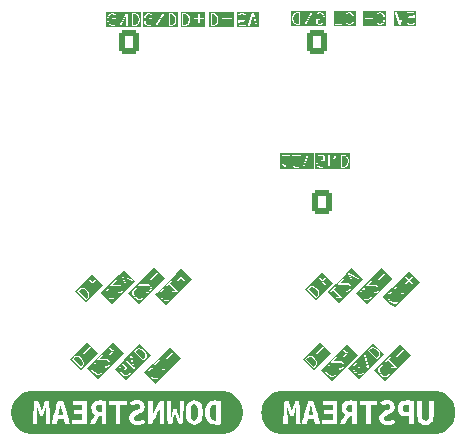
<source format=gbr>
%TF.GenerationSoftware,KiCad,Pcbnew,9.0.3-9.0.3-0~ubuntu24.04.1*%
%TF.CreationDate,2025-09-09T21:57:36+02:00*%
%TF.ProjectId,vesc_mms_board,76657363-5f6d-46d7-935f-626f6172642e,rev?*%
%TF.SameCoordinates,Original*%
%TF.FileFunction,Legend,Bot*%
%TF.FilePolarity,Positive*%
%FSLAX46Y46*%
G04 Gerber Fmt 4.6, Leading zero omitted, Abs format (unit mm)*
G04 Created by KiCad (PCBNEW 9.0.3-9.0.3-0~ubuntu24.04.1) date 2025-09-09 21:57:36*
%MOMM*%
%LPD*%
G01*
G04 APERTURE LIST*
G04 Aperture macros list*
%AMRoundRect*
0 Rectangle with rounded corners*
0 $1 Rounding radius*
0 $2 $3 $4 $5 $6 $7 $8 $9 X,Y pos of 4 corners*
0 Add a 4 corners polygon primitive as box body*
4,1,4,$2,$3,$4,$5,$6,$7,$8,$9,$2,$3,0*
0 Add four circle primitives for the rounded corners*
1,1,$1+$1,$2,$3*
1,1,$1+$1,$4,$5*
1,1,$1+$1,$6,$7*
1,1,$1+$1,$8,$9*
0 Add four rect primitives between the rounded corners*
20,1,$1+$1,$2,$3,$4,$5,0*
20,1,$1+$1,$4,$5,$6,$7,0*
20,1,$1+$1,$6,$7,$8,$9,0*
20,1,$1+$1,$8,$9,$2,$3,0*%
G04 Aperture macros list end*
%ADD10C,0.100000*%
%ADD11C,0.000000*%
%ADD12RoundRect,0.250000X-0.600000X-0.725000X0.600000X-0.725000X0.600000X0.725000X-0.600000X0.725000X0*%
%ADD13O,1.700000X1.950000*%
%ADD14C,4.300000*%
%ADD15R,1.600000X1.600000*%
%ADD16O,1.600000X1.600000*%
%ADD17C,3.500000*%
%ADD18C,0.900000*%
%ADD19C,8.000000*%
%ADD20R,0.900000X2.000000*%
%ADD21RoundRect,1.025000X1.025000X1.025000X-1.025000X1.025000X-1.025000X-1.025000X1.025000X-1.025000X0*%
%ADD22C,4.100000*%
%ADD23RoundRect,0.250000X0.600000X0.750000X-0.600000X0.750000X-0.600000X-0.750000X0.600000X-0.750000X0*%
%ADD24O,1.700000X2.000000*%
%ADD25C,3.250000*%
%ADD26R,1.500000X1.500000*%
%ADD27C,1.500000*%
%ADD28C,2.300000*%
G04 APERTURE END LIST*
D10*
G36*
X114652643Y-141765842D02*
G01*
X112474526Y-143943960D01*
X111539573Y-143009007D01*
X111640589Y-142907991D01*
X111885778Y-142907991D01*
X111885778Y-143042678D01*
X111887341Y-143050539D01*
X111888344Y-143058490D01*
X111922016Y-143159504D01*
X111924727Y-143164260D01*
X111926575Y-143169418D01*
X112027590Y-143337776D01*
X112031704Y-143342311D01*
X112035110Y-143347408D01*
X112136125Y-143448422D01*
X112141217Y-143451824D01*
X112145756Y-143455942D01*
X112314115Y-143556957D01*
X112319271Y-143558804D01*
X112324028Y-143561516D01*
X112425043Y-143595188D01*
X112432993Y-143596190D01*
X112440855Y-143597754D01*
X112575542Y-143597754D01*
X112577998Y-143597265D01*
X112579086Y-143597628D01*
X112586811Y-143595512D01*
X112594676Y-143593948D01*
X112595487Y-143593136D01*
X112597903Y-143592475D01*
X112732589Y-143525133D01*
X112738916Y-143520222D01*
X112745585Y-143515766D01*
X112812928Y-143448422D01*
X112817381Y-143441756D01*
X112822293Y-143435428D01*
X112889637Y-143300741D01*
X112890298Y-143298325D01*
X112891110Y-143297514D01*
X112892673Y-143289652D01*
X112894790Y-143281925D01*
X112894427Y-143280836D01*
X112894916Y-143278380D01*
X112894916Y-143211037D01*
X112891110Y-143191903D01*
X112864050Y-143164843D01*
X112825782Y-143164843D01*
X112798722Y-143191903D01*
X112794916Y-143211037D01*
X112794916Y-143266576D01*
X112736479Y-143383448D01*
X112680609Y-143439319D01*
X112563739Y-143497754D01*
X112448968Y-143497754D01*
X112360856Y-143468383D01*
X112202483Y-143373358D01*
X112110171Y-143281047D01*
X112015148Y-143122673D01*
X111985778Y-143034563D01*
X111985778Y-142919794D01*
X112044214Y-142802922D01*
X112100084Y-142747052D01*
X112216956Y-142688617D01*
X112272496Y-142688617D01*
X112291630Y-142684811D01*
X112318690Y-142657751D01*
X112318690Y-142619483D01*
X112291630Y-142592423D01*
X112272496Y-142588617D01*
X112205152Y-142588617D01*
X112202695Y-142589105D01*
X112201607Y-142588743D01*
X112193879Y-142590859D01*
X112186018Y-142592423D01*
X112185206Y-142593234D01*
X112182791Y-142593896D01*
X112048104Y-142661239D01*
X112041778Y-142666148D01*
X112035109Y-142670605D01*
X111967766Y-142737949D01*
X111963312Y-142744614D01*
X111958401Y-142750943D01*
X111891057Y-142885630D01*
X111890395Y-142888045D01*
X111889584Y-142888857D01*
X111888020Y-142896718D01*
X111885904Y-142904446D01*
X111886266Y-142905534D01*
X111885778Y-142907991D01*
X111640589Y-142907991D01*
X112265815Y-142282765D01*
X112428332Y-142282765D01*
X112428332Y-142321033D01*
X112455392Y-142348093D01*
X112493660Y-142348093D01*
X112509881Y-142337254D01*
X112676556Y-142170578D01*
X113231538Y-142725560D01*
X113225111Y-142724275D01*
X113220161Y-142724269D01*
X113215305Y-142723304D01*
X113080618Y-142723304D01*
X113072754Y-142724868D01*
X113064807Y-142725870D01*
X112963792Y-142759541D01*
X112946843Y-142769202D01*
X112929729Y-142803430D01*
X112941830Y-142839735D01*
X112976058Y-142856849D01*
X112995414Y-142854409D01*
X113088731Y-142823304D01*
X113210354Y-142823304D01*
X113373858Y-142856004D01*
X113393367Y-142856024D01*
X113397650Y-142853169D01*
X113402799Y-142853169D01*
X113413096Y-142842871D01*
X113425209Y-142834797D01*
X113426218Y-142829749D01*
X113429858Y-142826110D01*
X113429858Y-142811548D01*
X113432713Y-142797272D01*
X113429858Y-142792989D01*
X113429858Y-142787841D01*
X113419020Y-142771620D01*
X112747267Y-142099869D01*
X112913943Y-141933194D01*
X112924782Y-141916973D01*
X112924782Y-141878704D01*
X112897722Y-141851644D01*
X112859454Y-141851644D01*
X112843233Y-141862483D01*
X112439171Y-142266544D01*
X112428332Y-142282765D01*
X112265815Y-142282765D01*
X112703548Y-141845032D01*
X113404813Y-141845032D01*
X113404813Y-141883300D01*
X113431873Y-141910360D01*
X113470141Y-141910360D01*
X113486362Y-141899521D01*
X114025111Y-141360773D01*
X114035949Y-141344552D01*
X114035949Y-141306283D01*
X114008890Y-141279224D01*
X113970621Y-141279224D01*
X113954400Y-141290062D01*
X113415652Y-141828811D01*
X113404813Y-141845032D01*
X112703548Y-141845032D01*
X113717691Y-140830889D01*
X114652643Y-141765842D01*
G37*
G36*
X86478819Y-141909001D02*
G01*
X86637195Y-142004025D01*
X86729503Y-142096333D01*
X86824531Y-142254712D01*
X86853901Y-142342820D01*
X86853901Y-142457590D01*
X86795465Y-142574462D01*
X86668198Y-142701729D01*
X86031801Y-142065333D01*
X86159068Y-141938066D01*
X86275941Y-141879631D01*
X86390710Y-141879631D01*
X86478819Y-141909001D01*
G37*
G36*
X88139208Y-141529276D02*
G01*
X86668198Y-143000285D01*
X85733246Y-142065333D01*
X85752380Y-142046199D01*
X85914897Y-142046199D01*
X85914897Y-142084467D01*
X85925736Y-142100688D01*
X86632842Y-142807795D01*
X86649063Y-142818634D01*
X86649064Y-142818634D01*
X86687332Y-142818634D01*
X86703553Y-142807795D01*
X86871913Y-142639436D01*
X86876366Y-142632770D01*
X86881278Y-142626442D01*
X86948622Y-142491755D01*
X86949283Y-142489339D01*
X86950095Y-142488528D01*
X86951658Y-142480666D01*
X86953775Y-142472939D01*
X86953412Y-142471850D01*
X86953901Y-142469394D01*
X86953901Y-142334707D01*
X86952337Y-142326845D01*
X86951335Y-142318895D01*
X86917663Y-142217880D01*
X86914951Y-142213122D01*
X86913104Y-142207967D01*
X86812088Y-142039608D01*
X86807968Y-142035067D01*
X86804568Y-142029978D01*
X86703553Y-141928963D01*
X86698459Y-141925559D01*
X86693922Y-141921443D01*
X86525564Y-141820428D01*
X86520406Y-141818580D01*
X86515650Y-141815869D01*
X86414636Y-141782197D01*
X86406685Y-141781194D01*
X86398824Y-141779631D01*
X86264137Y-141779631D01*
X86261680Y-141780119D01*
X86260592Y-141779757D01*
X86252864Y-141781873D01*
X86245003Y-141783437D01*
X86244191Y-141784248D01*
X86241776Y-141784910D01*
X86107089Y-141852253D01*
X86100763Y-141857162D01*
X86094095Y-141861618D01*
X85925736Y-142029978D01*
X85914897Y-142046199D01*
X85752380Y-142046199D01*
X86190113Y-141608466D01*
X86891378Y-141608466D01*
X86891378Y-141646734D01*
X86918438Y-141673794D01*
X86956706Y-141673794D01*
X86972927Y-141662955D01*
X87511676Y-141124207D01*
X87522514Y-141107986D01*
X87522514Y-141069717D01*
X87495455Y-141042658D01*
X87457186Y-141042658D01*
X87440965Y-141053496D01*
X86902217Y-141592245D01*
X86891378Y-141608466D01*
X86190113Y-141608466D01*
X87204256Y-140594323D01*
X88139208Y-141529276D01*
G37*
G36*
X98077827Y-112918901D02*
G01*
X98158980Y-113000054D01*
X98200517Y-113083128D01*
X98245312Y-113262307D01*
X98245312Y-113392854D01*
X98200517Y-113572032D01*
X98158980Y-113655106D01*
X98077827Y-113736259D01*
X97953866Y-113777580D01*
X97773884Y-113777580D01*
X97773884Y-112877580D01*
X97953865Y-112877580D01*
X98077827Y-112918901D01*
G37*
G36*
X99643094Y-113988691D02*
G01*
X97562773Y-113988691D01*
X97562773Y-112827580D01*
X97673884Y-112827580D01*
X97673884Y-113827580D01*
X97677690Y-113846714D01*
X97704750Y-113873774D01*
X97723884Y-113877580D01*
X97961979Y-113877580D01*
X97969841Y-113876016D01*
X97977790Y-113875014D01*
X98120647Y-113827395D01*
X98122822Y-113826155D01*
X98123970Y-113826155D01*
X98130634Y-113821701D01*
X98137595Y-113817734D01*
X98138108Y-113816707D01*
X98140191Y-113815316D01*
X98235429Y-113720078D01*
X98239879Y-113713418D01*
X98244795Y-113707084D01*
X98292414Y-113611846D01*
X98293860Y-113606564D01*
X98296200Y-113601612D01*
X98343819Y-113411136D01*
X98344116Y-113405018D01*
X98345312Y-113399009D01*
X98345312Y-113256152D01*
X98344116Y-113250142D01*
X98343819Y-113244025D01*
X98330162Y-113189399D01*
X98677690Y-113189399D01*
X98677690Y-113227667D01*
X98704750Y-113254727D01*
X98723884Y-113258533D01*
X99485789Y-113258533D01*
X99504923Y-113254727D01*
X99531983Y-113227667D01*
X99531983Y-113189399D01*
X99504923Y-113162339D01*
X99485789Y-113158533D01*
X98723884Y-113158533D01*
X98704750Y-113162339D01*
X98677690Y-113189399D01*
X98330162Y-113189399D01*
X98296200Y-113053549D01*
X98293860Y-113048596D01*
X98292414Y-113043315D01*
X98244795Y-112948077D01*
X98239879Y-112941742D01*
X98235429Y-112935083D01*
X98140191Y-112839845D01*
X98138109Y-112838454D01*
X98137596Y-112837427D01*
X98130628Y-112833455D01*
X98123970Y-112829006D01*
X98122823Y-112829006D01*
X98120648Y-112827766D01*
X97977791Y-112780146D01*
X97969840Y-112779143D01*
X97961979Y-112777580D01*
X97723884Y-112777580D01*
X97704750Y-112781386D01*
X97677690Y-112808446D01*
X97673884Y-112827580D01*
X97562773Y-112827580D01*
X97562773Y-112666469D01*
X99643094Y-112666469D01*
X99643094Y-113988691D01*
G37*
G36*
X106222819Y-141919002D02*
G01*
X106381195Y-142014026D01*
X106473503Y-142106334D01*
X106568531Y-142264713D01*
X106597901Y-142352821D01*
X106597901Y-142467591D01*
X106539465Y-142584463D01*
X106412198Y-142711730D01*
X105775801Y-142075334D01*
X105903068Y-141948067D01*
X106019941Y-141889632D01*
X106134710Y-141889632D01*
X106222819Y-141919002D01*
G37*
G36*
X107883208Y-141539277D02*
G01*
X106412198Y-143010286D01*
X105477246Y-142075334D01*
X105496380Y-142056200D01*
X105658897Y-142056200D01*
X105658897Y-142094468D01*
X105669736Y-142110689D01*
X106376842Y-142817796D01*
X106393063Y-142828635D01*
X106393064Y-142828635D01*
X106431332Y-142828635D01*
X106447553Y-142817796D01*
X106615913Y-142649437D01*
X106620366Y-142642771D01*
X106625278Y-142636443D01*
X106692622Y-142501756D01*
X106693283Y-142499340D01*
X106694095Y-142498529D01*
X106695658Y-142490667D01*
X106697775Y-142482940D01*
X106697412Y-142481851D01*
X106697901Y-142479395D01*
X106697901Y-142344708D01*
X106696337Y-142336846D01*
X106695335Y-142328896D01*
X106661663Y-142227881D01*
X106658951Y-142223123D01*
X106657104Y-142217968D01*
X106556088Y-142049609D01*
X106551968Y-142045068D01*
X106548568Y-142039979D01*
X106447553Y-141938964D01*
X106442459Y-141935560D01*
X106437922Y-141931444D01*
X106269564Y-141830429D01*
X106264406Y-141828581D01*
X106259650Y-141825870D01*
X106158636Y-141792198D01*
X106150685Y-141791195D01*
X106142824Y-141789632D01*
X106008137Y-141789632D01*
X106005680Y-141790120D01*
X106004592Y-141789758D01*
X105996864Y-141791874D01*
X105989003Y-141793438D01*
X105988191Y-141794249D01*
X105985776Y-141794911D01*
X105851089Y-141862254D01*
X105844763Y-141867163D01*
X105838095Y-141871619D01*
X105669736Y-142039979D01*
X105658897Y-142056200D01*
X105496380Y-142056200D01*
X105934113Y-141618467D01*
X106635378Y-141618467D01*
X106635378Y-141656735D01*
X106662438Y-141683795D01*
X106700706Y-141683795D01*
X106716927Y-141672956D01*
X107255676Y-141134208D01*
X107266514Y-141117987D01*
X107266514Y-141079718D01*
X107239455Y-141052659D01*
X107201186Y-141052659D01*
X107184965Y-141063497D01*
X106646217Y-141602246D01*
X106635378Y-141618467D01*
X105934113Y-141618467D01*
X106948256Y-140604324D01*
X107883208Y-141539277D01*
G37*
G36*
X91425446Y-112918901D02*
G01*
X91506599Y-113000054D01*
X91548136Y-113083128D01*
X91592931Y-113262307D01*
X91592931Y-113392854D01*
X91548136Y-113572032D01*
X91506599Y-113655106D01*
X91425446Y-113736259D01*
X91301485Y-113777580D01*
X91121503Y-113777580D01*
X91121503Y-112877580D01*
X91301484Y-112877580D01*
X91425446Y-112918901D01*
G37*
G36*
X91804042Y-113988691D02*
G01*
X88815154Y-113988691D01*
X88815154Y-113256152D01*
X88926265Y-113256152D01*
X88926265Y-113399009D01*
X88927460Y-113405018D01*
X88927758Y-113411136D01*
X88975377Y-113601612D01*
X88977716Y-113606564D01*
X88979163Y-113611846D01*
X89026781Y-113707083D01*
X89031696Y-113713416D01*
X89036148Y-113720078D01*
X89131386Y-113815316D01*
X89133467Y-113816706D01*
X89133981Y-113817734D01*
X89140946Y-113821704D01*
X89147607Y-113826155D01*
X89148755Y-113826155D01*
X89150930Y-113827395D01*
X89293786Y-113875014D01*
X89301736Y-113876016D01*
X89309598Y-113877580D01*
X89452455Y-113877580D01*
X89454911Y-113877091D01*
X89456000Y-113877454D01*
X89463727Y-113875337D01*
X89471589Y-113873774D01*
X89472400Y-113872962D01*
X89474816Y-113872301D01*
X89570053Y-113824683D01*
X89585465Y-113812721D01*
X89597567Y-113776417D01*
X89580453Y-113742189D01*
X89544148Y-113730087D01*
X89525332Y-113735240D01*
X89440652Y-113777580D01*
X89317711Y-113777580D01*
X89193749Y-113736259D01*
X89112596Y-113655106D01*
X89071060Y-113572034D01*
X89026265Y-113392854D01*
X89026265Y-113262307D01*
X89071060Y-113083127D01*
X89112596Y-113000055D01*
X89193749Y-112918901D01*
X89317712Y-112877580D01*
X89396722Y-112877580D01*
X89520684Y-112918901D01*
X89545312Y-112943529D01*
X89545312Y-113206152D01*
X89404836Y-113206152D01*
X89385702Y-113209958D01*
X89358642Y-113237018D01*
X89358642Y-113275286D01*
X89385702Y-113302346D01*
X89404836Y-113306152D01*
X89595312Y-113306152D01*
X89614446Y-113302346D01*
X89641506Y-113275286D01*
X89645312Y-113256152D01*
X89645312Y-112922819D01*
X89641506Y-112903685D01*
X89641506Y-112903684D01*
X89630667Y-112887463D01*
X89583048Y-112839845D01*
X89580966Y-112838454D01*
X89580453Y-112837427D01*
X89573485Y-112833455D01*
X89566827Y-112829006D01*
X89565680Y-112829006D01*
X89563505Y-112827766D01*
X89562947Y-112827580D01*
X89973884Y-112827580D01*
X89973884Y-113827580D01*
X89977690Y-113846714D01*
X89982544Y-113851568D01*
X89984352Y-113858195D01*
X89995596Y-113864620D01*
X90004750Y-113873774D01*
X90011616Y-113873774D01*
X90017578Y-113877181D01*
X90030071Y-113873774D01*
X90043018Y-113873774D01*
X90047872Y-113868919D01*
X90054499Y-113867112D01*
X90067296Y-113852387D01*
X90545312Y-113015858D01*
X90545312Y-113827580D01*
X90549118Y-113846714D01*
X90576178Y-113873774D01*
X90614446Y-113873774D01*
X90641506Y-113846714D01*
X90645312Y-113827580D01*
X90645312Y-112827580D01*
X91021503Y-112827580D01*
X91021503Y-113827580D01*
X91025309Y-113846714D01*
X91052369Y-113873774D01*
X91071503Y-113877580D01*
X91309598Y-113877580D01*
X91317460Y-113876016D01*
X91325409Y-113875014D01*
X91468266Y-113827395D01*
X91470441Y-113826155D01*
X91471589Y-113826155D01*
X91478253Y-113821701D01*
X91485214Y-113817734D01*
X91485727Y-113816707D01*
X91487810Y-113815316D01*
X91583048Y-113720078D01*
X91587498Y-113713418D01*
X91592414Y-113707084D01*
X91640033Y-113611846D01*
X91641479Y-113606564D01*
X91643819Y-113601612D01*
X91691438Y-113411136D01*
X91691735Y-113405018D01*
X91692931Y-113399009D01*
X91692931Y-113256152D01*
X91691735Y-113250142D01*
X91691438Y-113244025D01*
X91643819Y-113053549D01*
X91641479Y-113048596D01*
X91640033Y-113043315D01*
X91592414Y-112948077D01*
X91587498Y-112941742D01*
X91583048Y-112935083D01*
X91487810Y-112839845D01*
X91485728Y-112838454D01*
X91485215Y-112837427D01*
X91478247Y-112833455D01*
X91471589Y-112829006D01*
X91470442Y-112829006D01*
X91468267Y-112827766D01*
X91325410Y-112780146D01*
X91317459Y-112779143D01*
X91309598Y-112777580D01*
X91071503Y-112777580D01*
X91052369Y-112781386D01*
X91025309Y-112808446D01*
X91021503Y-112827580D01*
X90645312Y-112827580D01*
X90641506Y-112808446D01*
X90636651Y-112803591D01*
X90634844Y-112796965D01*
X90623599Y-112790539D01*
X90614446Y-112781386D01*
X90607580Y-112781386D01*
X90601618Y-112777979D01*
X90589126Y-112781386D01*
X90576178Y-112781386D01*
X90571322Y-112786241D01*
X90564698Y-112788048D01*
X90551900Y-112802773D01*
X90073884Y-113639301D01*
X90073884Y-112827580D01*
X90070078Y-112808446D01*
X90043018Y-112781386D01*
X90004750Y-112781386D01*
X89977690Y-112808446D01*
X89973884Y-112827580D01*
X89562947Y-112827580D01*
X89420648Y-112780146D01*
X89412697Y-112779143D01*
X89404836Y-112777580D01*
X89309598Y-112777580D01*
X89301736Y-112779143D01*
X89293786Y-112780146D01*
X89150929Y-112827766D01*
X89148754Y-112829006D01*
X89147607Y-112829006D01*
X89140948Y-112833455D01*
X89133981Y-112837427D01*
X89133467Y-112838454D01*
X89131386Y-112839845D01*
X89036148Y-112935083D01*
X89031696Y-112941744D01*
X89026781Y-112948078D01*
X88979163Y-113043315D01*
X88977716Y-113048596D01*
X88975377Y-113053549D01*
X88927758Y-113244025D01*
X88927460Y-113250142D01*
X88926265Y-113256152D01*
X88815154Y-113256152D01*
X88815154Y-112666469D01*
X91804042Y-112666469D01*
X91804042Y-113988691D01*
G37*
G36*
X95152643Y-141965842D02*
G01*
X92974526Y-144143960D01*
X92039573Y-143209007D01*
X92140589Y-143107991D01*
X92385778Y-143107991D01*
X92385778Y-143242678D01*
X92387341Y-143250539D01*
X92388344Y-143258490D01*
X92422016Y-143359504D01*
X92424727Y-143364260D01*
X92426575Y-143369418D01*
X92527590Y-143537776D01*
X92531704Y-143542311D01*
X92535110Y-143547408D01*
X92636125Y-143648422D01*
X92641217Y-143651824D01*
X92645756Y-143655942D01*
X92814115Y-143756957D01*
X92819271Y-143758804D01*
X92824028Y-143761516D01*
X92925043Y-143795188D01*
X92932993Y-143796190D01*
X92940855Y-143797754D01*
X93075542Y-143797754D01*
X93077998Y-143797265D01*
X93079086Y-143797628D01*
X93086811Y-143795512D01*
X93094676Y-143793948D01*
X93095487Y-143793136D01*
X93097903Y-143792475D01*
X93232589Y-143725133D01*
X93238916Y-143720222D01*
X93245585Y-143715766D01*
X93312928Y-143648422D01*
X93317381Y-143641756D01*
X93322293Y-143635428D01*
X93389637Y-143500741D01*
X93390298Y-143498325D01*
X93391110Y-143497514D01*
X93392673Y-143489652D01*
X93394790Y-143481925D01*
X93394427Y-143480836D01*
X93394916Y-143478380D01*
X93394916Y-143411037D01*
X93391110Y-143391903D01*
X93364050Y-143364843D01*
X93325782Y-143364843D01*
X93298722Y-143391903D01*
X93294916Y-143411037D01*
X93294916Y-143466576D01*
X93236479Y-143583448D01*
X93180609Y-143639319D01*
X93063739Y-143697754D01*
X92948968Y-143697754D01*
X92860856Y-143668383D01*
X92702483Y-143573358D01*
X92610171Y-143481047D01*
X92515148Y-143322673D01*
X92485778Y-143234563D01*
X92485778Y-143119794D01*
X92544214Y-143002922D01*
X92600084Y-142947052D01*
X92716956Y-142888617D01*
X92772496Y-142888617D01*
X92791630Y-142884811D01*
X92818690Y-142857751D01*
X92818690Y-142819483D01*
X92791630Y-142792423D01*
X92772496Y-142788617D01*
X92705152Y-142788617D01*
X92702695Y-142789105D01*
X92701607Y-142788743D01*
X92693879Y-142790859D01*
X92686018Y-142792423D01*
X92685206Y-142793234D01*
X92682791Y-142793896D01*
X92548104Y-142861239D01*
X92541778Y-142866148D01*
X92535109Y-142870605D01*
X92467766Y-142937949D01*
X92463312Y-142944614D01*
X92458401Y-142950943D01*
X92391057Y-143085630D01*
X92390395Y-143088045D01*
X92389584Y-143088857D01*
X92388020Y-143096718D01*
X92385904Y-143104446D01*
X92386266Y-143105534D01*
X92385778Y-143107991D01*
X92140589Y-143107991D01*
X92765815Y-142482765D01*
X92928332Y-142482765D01*
X92928332Y-142521033D01*
X92955392Y-142548093D01*
X92993660Y-142548093D01*
X93009881Y-142537254D01*
X93176556Y-142370578D01*
X93731538Y-142925560D01*
X93725111Y-142924275D01*
X93720161Y-142924269D01*
X93715305Y-142923304D01*
X93580618Y-142923304D01*
X93572754Y-142924868D01*
X93564807Y-142925870D01*
X93463792Y-142959541D01*
X93446843Y-142969202D01*
X93429729Y-143003430D01*
X93441830Y-143039735D01*
X93476058Y-143056849D01*
X93495414Y-143054409D01*
X93588731Y-143023304D01*
X93710354Y-143023304D01*
X93873858Y-143056004D01*
X93893367Y-143056024D01*
X93897650Y-143053169D01*
X93902799Y-143053169D01*
X93913096Y-143042871D01*
X93925209Y-143034797D01*
X93926218Y-143029749D01*
X93929858Y-143026110D01*
X93929858Y-143011548D01*
X93932713Y-142997272D01*
X93929858Y-142992989D01*
X93929858Y-142987841D01*
X93919020Y-142971620D01*
X93247267Y-142299869D01*
X93413943Y-142133194D01*
X93424782Y-142116973D01*
X93424782Y-142078704D01*
X93397722Y-142051644D01*
X93359454Y-142051644D01*
X93343233Y-142062483D01*
X92939171Y-142466544D01*
X92928332Y-142482765D01*
X92765815Y-142482765D01*
X93203548Y-142045032D01*
X93904813Y-142045032D01*
X93904813Y-142083300D01*
X93931873Y-142110360D01*
X93970141Y-142110360D01*
X93986362Y-142099521D01*
X94525111Y-141560773D01*
X94535949Y-141544552D01*
X94535949Y-141506283D01*
X94508890Y-141479224D01*
X94470621Y-141479224D01*
X94454400Y-141490062D01*
X93915652Y-142028811D01*
X93904813Y-142045032D01*
X93203548Y-142045032D01*
X94217691Y-141030889D01*
X95152643Y-141965842D01*
G37*
G36*
X115402643Y-135545842D02*
G01*
X113224526Y-137723960D01*
X112289573Y-136789007D01*
X112390589Y-136687991D01*
X112635778Y-136687991D01*
X112635778Y-136822678D01*
X112637341Y-136830539D01*
X112638344Y-136838490D01*
X112672016Y-136939504D01*
X112674727Y-136944260D01*
X112676575Y-136949418D01*
X112777590Y-137117776D01*
X112781704Y-137122311D01*
X112785110Y-137127408D01*
X112886125Y-137228422D01*
X112891217Y-137231824D01*
X112895756Y-137235942D01*
X113064115Y-137336957D01*
X113069271Y-137338804D01*
X113074028Y-137341516D01*
X113175043Y-137375188D01*
X113182993Y-137376190D01*
X113190855Y-137377754D01*
X113325542Y-137377754D01*
X113327998Y-137377265D01*
X113329086Y-137377628D01*
X113336811Y-137375512D01*
X113344676Y-137373948D01*
X113345487Y-137373136D01*
X113347903Y-137372475D01*
X113482589Y-137305133D01*
X113488916Y-137300222D01*
X113495585Y-137295766D01*
X113562928Y-137228422D01*
X113567381Y-137221756D01*
X113572293Y-137215428D01*
X113639637Y-137080741D01*
X113640298Y-137078325D01*
X113641110Y-137077514D01*
X113642673Y-137069652D01*
X113644790Y-137061925D01*
X113644427Y-137060836D01*
X113644916Y-137058380D01*
X113644916Y-136991037D01*
X113641110Y-136971903D01*
X113614050Y-136944843D01*
X113575782Y-136944843D01*
X113548722Y-136971903D01*
X113544916Y-136991037D01*
X113544916Y-137046576D01*
X113486479Y-137163448D01*
X113430609Y-137219319D01*
X113313739Y-137277754D01*
X113198968Y-137277754D01*
X113110856Y-137248383D01*
X112952483Y-137153358D01*
X112860171Y-137061047D01*
X112765148Y-136902673D01*
X112735778Y-136814563D01*
X112735778Y-136699794D01*
X112794214Y-136582922D01*
X112850084Y-136527052D01*
X112966956Y-136468617D01*
X113022496Y-136468617D01*
X113041630Y-136464811D01*
X113068690Y-136437751D01*
X113068690Y-136399483D01*
X113041630Y-136372423D01*
X113022496Y-136368617D01*
X112955152Y-136368617D01*
X112952695Y-136369105D01*
X112951607Y-136368743D01*
X112943879Y-136370859D01*
X112936018Y-136372423D01*
X112935206Y-136373234D01*
X112932791Y-136373896D01*
X112798104Y-136441239D01*
X112791778Y-136446148D01*
X112785109Y-136450605D01*
X112717766Y-136517949D01*
X112713312Y-136524614D01*
X112708401Y-136530943D01*
X112641057Y-136665630D01*
X112640395Y-136668045D01*
X112639584Y-136668857D01*
X112638020Y-136676718D01*
X112635904Y-136684446D01*
X112636266Y-136685534D01*
X112635778Y-136687991D01*
X112390589Y-136687991D01*
X113015815Y-136062765D01*
X113178332Y-136062765D01*
X113178332Y-136101033D01*
X113205392Y-136128093D01*
X113243660Y-136128093D01*
X113259881Y-136117254D01*
X113426556Y-135950578D01*
X113981538Y-136505560D01*
X113975111Y-136504275D01*
X113970161Y-136504269D01*
X113965305Y-136503304D01*
X113830618Y-136503304D01*
X113822754Y-136504868D01*
X113814807Y-136505870D01*
X113713792Y-136539541D01*
X113696843Y-136549202D01*
X113679729Y-136583430D01*
X113691830Y-136619735D01*
X113726058Y-136636849D01*
X113745414Y-136634409D01*
X113838731Y-136603304D01*
X113960354Y-136603304D01*
X114123858Y-136636004D01*
X114143367Y-136636024D01*
X114147650Y-136633169D01*
X114152799Y-136633169D01*
X114163096Y-136622871D01*
X114175209Y-136614797D01*
X114176218Y-136609749D01*
X114179858Y-136606110D01*
X114179858Y-136591548D01*
X114182713Y-136577272D01*
X114179858Y-136572989D01*
X114179858Y-136567841D01*
X114169020Y-136551620D01*
X113497267Y-135879869D01*
X113663943Y-135713194D01*
X113674782Y-135696973D01*
X113674782Y-135658704D01*
X113647722Y-135631644D01*
X113609454Y-135631644D01*
X113593233Y-135642483D01*
X113189171Y-136046544D01*
X113178332Y-136062765D01*
X113015815Y-136062765D01*
X113992296Y-135086284D01*
X114154813Y-135086284D01*
X114154813Y-135124552D01*
X114165652Y-135140773D01*
X114399670Y-135374792D01*
X114165652Y-135608811D01*
X114154813Y-135625032D01*
X114154813Y-135663300D01*
X114181873Y-135690360D01*
X114220141Y-135690360D01*
X114236362Y-135679521D01*
X114470380Y-135445502D01*
X114704400Y-135679522D01*
X114720621Y-135690360D01*
X114758890Y-135690360D01*
X114785949Y-135663301D01*
X114785949Y-135625032D01*
X114775111Y-135608811D01*
X114541091Y-135374792D01*
X114775111Y-135140773D01*
X114785949Y-135124552D01*
X114785949Y-135086283D01*
X114758890Y-135059224D01*
X114720621Y-135059224D01*
X114704400Y-135070062D01*
X114470380Y-135304081D01*
X114236362Y-135070063D01*
X114220141Y-135059224D01*
X114181873Y-135059224D01*
X114154813Y-135086284D01*
X113992296Y-135086284D01*
X114467691Y-134610889D01*
X115402643Y-135545842D01*
G37*
G36*
X86948819Y-136169001D02*
G01*
X87107195Y-136264025D01*
X87199503Y-136356333D01*
X87294531Y-136514712D01*
X87323901Y-136602820D01*
X87323901Y-136717590D01*
X87265465Y-136834462D01*
X87138198Y-136961729D01*
X86501801Y-136325333D01*
X86629068Y-136198066D01*
X86745941Y-136139631D01*
X86860710Y-136139631D01*
X86948819Y-136169001D01*
G37*
G36*
X88609208Y-135789276D02*
G01*
X87138198Y-137260285D01*
X86203246Y-136325333D01*
X86222380Y-136306199D01*
X86384897Y-136306199D01*
X86384897Y-136344467D01*
X86395736Y-136360688D01*
X87102842Y-137067795D01*
X87119063Y-137078634D01*
X87119064Y-137078634D01*
X87157332Y-137078634D01*
X87173553Y-137067795D01*
X87341913Y-136899436D01*
X87346366Y-136892770D01*
X87351278Y-136886442D01*
X87418622Y-136751755D01*
X87419283Y-136749339D01*
X87420095Y-136748528D01*
X87421658Y-136740666D01*
X87423775Y-136732939D01*
X87423412Y-136731850D01*
X87423901Y-136729394D01*
X87423901Y-136594707D01*
X87422337Y-136586845D01*
X87421335Y-136578895D01*
X87387663Y-136477880D01*
X87384951Y-136473122D01*
X87383104Y-136467967D01*
X87282088Y-136299608D01*
X87277968Y-136295067D01*
X87274568Y-136289978D01*
X87173553Y-136188963D01*
X87168459Y-136185559D01*
X87163922Y-136181443D01*
X86995564Y-136080428D01*
X86990406Y-136078580D01*
X86985650Y-136075869D01*
X86884636Y-136042197D01*
X86876685Y-136041194D01*
X86868824Y-136039631D01*
X86734137Y-136039631D01*
X86731680Y-136040119D01*
X86730592Y-136039757D01*
X86722864Y-136041873D01*
X86715003Y-136043437D01*
X86714191Y-136044248D01*
X86711776Y-136044910D01*
X86577089Y-136112253D01*
X86570763Y-136117162D01*
X86564095Y-136121618D01*
X86395736Y-136289978D01*
X86384897Y-136306199D01*
X86222380Y-136306199D01*
X87198861Y-135329718D01*
X87361378Y-135329718D01*
X87361378Y-135367986D01*
X87372217Y-135384207D01*
X87606235Y-135618226D01*
X87372217Y-135852245D01*
X87361378Y-135868466D01*
X87361378Y-135906734D01*
X87388438Y-135933794D01*
X87426706Y-135933794D01*
X87442927Y-135922955D01*
X87676945Y-135688936D01*
X87910965Y-135922956D01*
X87927186Y-135933794D01*
X87965455Y-135933794D01*
X87992514Y-135906735D01*
X87992514Y-135868466D01*
X87981676Y-135852245D01*
X87747656Y-135618226D01*
X87981676Y-135384207D01*
X87992514Y-135367986D01*
X87992514Y-135329717D01*
X87965455Y-135302658D01*
X87927186Y-135302658D01*
X87910965Y-135313496D01*
X87676945Y-135547515D01*
X87442927Y-135313497D01*
X87426706Y-135302658D01*
X87388438Y-135302658D01*
X87361378Y-135329718D01*
X87198861Y-135329718D01*
X87674256Y-134854323D01*
X88609208Y-135789276D01*
G37*
G36*
X91786703Y-141291114D02*
G01*
X91945083Y-141386142D01*
X92037389Y-141478448D01*
X92132415Y-141636824D01*
X92161786Y-141724935D01*
X92161786Y-141839705D01*
X92103349Y-141956579D01*
X91976084Y-142083844D01*
X91339687Y-141447447D01*
X91466954Y-141320180D01*
X91583827Y-141261746D01*
X91698597Y-141261746D01*
X91786703Y-141291114D01*
G37*
G36*
X92607990Y-141750495D02*
G01*
X90494526Y-143863959D01*
X89559573Y-142929006D01*
X89660589Y-142827990D01*
X89905778Y-142827990D01*
X89905778Y-142962677D01*
X89907341Y-142970538D01*
X89908344Y-142978489D01*
X89942016Y-143079503D01*
X89944727Y-143084259D01*
X89946575Y-143089417D01*
X90047590Y-143257775D01*
X90051704Y-143262310D01*
X90055110Y-143267407D01*
X90156125Y-143368421D01*
X90161217Y-143371823D01*
X90165756Y-143375941D01*
X90334115Y-143476956D01*
X90339271Y-143478803D01*
X90344028Y-143481515D01*
X90445043Y-143515187D01*
X90452993Y-143516189D01*
X90460855Y-143517753D01*
X90595542Y-143517753D01*
X90597998Y-143517264D01*
X90599086Y-143517627D01*
X90606811Y-143515511D01*
X90614676Y-143513947D01*
X90615487Y-143513135D01*
X90617903Y-143512474D01*
X90752589Y-143445132D01*
X90758916Y-143440221D01*
X90765585Y-143435765D01*
X90866599Y-143334750D01*
X90867990Y-143332667D01*
X90869017Y-143332154D01*
X90872987Y-143325189D01*
X90877438Y-143318528D01*
X90877437Y-143317381D01*
X90878678Y-143315206D01*
X90912350Y-143214191D01*
X90914790Y-143194835D01*
X90897676Y-143160607D01*
X90861372Y-143148505D01*
X90827143Y-143165619D01*
X90817482Y-143182568D01*
X90787542Y-143272384D01*
X90700609Y-143359318D01*
X90583739Y-143417753D01*
X90468968Y-143417753D01*
X90380856Y-143388382D01*
X90222483Y-143293357D01*
X90130171Y-143201046D01*
X90035148Y-143042672D01*
X90005778Y-142954562D01*
X90005778Y-142839793D01*
X90064214Y-142722921D01*
X90120084Y-142667051D01*
X90236956Y-142608616D01*
X90271786Y-142608616D01*
X90457488Y-142794318D01*
X90358156Y-142893650D01*
X90347317Y-142909871D01*
X90347317Y-142948139D01*
X90374377Y-142975199D01*
X90412645Y-142975199D01*
X90428866Y-142964360D01*
X90563553Y-142829673D01*
X90574392Y-142813452D01*
X90574392Y-142775184D01*
X90563553Y-142758963D01*
X90327851Y-142523261D01*
X90311630Y-142512422D01*
X90292496Y-142508616D01*
X90225152Y-142508616D01*
X90222695Y-142509104D01*
X90221607Y-142508742D01*
X90213879Y-142510858D01*
X90206018Y-142512422D01*
X90205206Y-142513233D01*
X90202791Y-142513895D01*
X90068104Y-142581238D01*
X90061778Y-142586147D01*
X90055109Y-142590604D01*
X89987766Y-142657948D01*
X89983312Y-142664613D01*
X89978401Y-142670942D01*
X89911057Y-142805629D01*
X89910395Y-142808044D01*
X89909584Y-142808856D01*
X89908020Y-142816717D01*
X89905904Y-142824445D01*
X89906266Y-142825533D01*
X89905778Y-142827990D01*
X89660589Y-142827990D01*
X90319487Y-142169092D01*
X90482004Y-142169092D01*
X90482004Y-142207360D01*
X90492843Y-142223581D01*
X91199949Y-142930688D01*
X91216170Y-142941527D01*
X91223039Y-142941527D01*
X91229000Y-142944933D01*
X91241488Y-142941527D01*
X91254439Y-142941527D01*
X91259295Y-142936670D01*
X91265919Y-142934864D01*
X91272342Y-142923623D01*
X91281499Y-142914467D01*
X91281499Y-142907600D01*
X91284906Y-142901638D01*
X91283543Y-142882177D01*
X91030036Y-141952652D01*
X91604010Y-142526627D01*
X91620231Y-142537466D01*
X91658500Y-142537466D01*
X91685560Y-142510406D01*
X91685560Y-142472137D01*
X91674721Y-142455916D01*
X90967614Y-141748810D01*
X90951393Y-141737971D01*
X90944526Y-141737971D01*
X90938564Y-141734564D01*
X90926072Y-141737971D01*
X90913125Y-141737971D01*
X90908269Y-141742826D01*
X90901645Y-141744633D01*
X90895220Y-141755875D01*
X90886065Y-141765031D01*
X90886065Y-141771897D01*
X90882658Y-141777860D01*
X90884021Y-141797321D01*
X91137527Y-142726844D01*
X90563553Y-142152871D01*
X90547332Y-142142032D01*
X90509064Y-142142032D01*
X90482004Y-142169092D01*
X90319487Y-142169092D01*
X91060265Y-141428314D01*
X91222783Y-141428314D01*
X91222783Y-141466582D01*
X91233622Y-141482803D01*
X91940728Y-142189910D01*
X91956949Y-142200749D01*
X91956950Y-142200749D01*
X91995218Y-142200749D01*
X92011439Y-142189910D01*
X92179798Y-142021551D01*
X92184251Y-142014885D01*
X92189163Y-142008557D01*
X92256507Y-141873870D01*
X92257168Y-141871454D01*
X92257980Y-141870643D01*
X92259543Y-141862781D01*
X92261660Y-141855054D01*
X92261297Y-141853965D01*
X92261786Y-141851509D01*
X92261786Y-141716822D01*
X92260222Y-141708960D01*
X92259220Y-141701010D01*
X92225548Y-141599995D01*
X92222834Y-141595234D01*
X92220988Y-141590082D01*
X92119974Y-141421723D01*
X92115854Y-141417182D01*
X92112454Y-141412093D01*
X92011439Y-141311078D01*
X92006349Y-141307677D01*
X92001809Y-141303558D01*
X91833450Y-141202542D01*
X91828292Y-141200694D01*
X91823536Y-141197983D01*
X91722521Y-141164312D01*
X91714573Y-141163310D01*
X91706710Y-141161746D01*
X91572023Y-141161746D01*
X91569566Y-141162234D01*
X91568478Y-141161872D01*
X91560750Y-141163988D01*
X91552889Y-141165552D01*
X91552077Y-141166363D01*
X91549662Y-141167025D01*
X91414975Y-141234368D01*
X91408646Y-141239279D01*
X91401980Y-141243734D01*
X91233622Y-141412093D01*
X91222783Y-141428314D01*
X91060265Y-141428314D01*
X91673037Y-140815542D01*
X92607990Y-141750495D01*
G37*
G36*
X96122643Y-135335841D02*
G01*
X93944526Y-137513959D01*
X93009573Y-136579006D01*
X93110589Y-136477990D01*
X93355778Y-136477990D01*
X93355778Y-136612677D01*
X93357341Y-136620538D01*
X93358344Y-136628489D01*
X93392016Y-136729503D01*
X93394727Y-136734259D01*
X93396575Y-136739417D01*
X93497590Y-136907775D01*
X93501704Y-136912310D01*
X93505110Y-136917407D01*
X93606125Y-137018421D01*
X93611217Y-137021823D01*
X93615756Y-137025941D01*
X93784115Y-137126956D01*
X93789271Y-137128803D01*
X93794028Y-137131515D01*
X93895043Y-137165187D01*
X93902993Y-137166189D01*
X93910855Y-137167753D01*
X94045542Y-137167753D01*
X94047998Y-137167264D01*
X94049086Y-137167627D01*
X94056811Y-137165511D01*
X94064676Y-137163947D01*
X94065487Y-137163135D01*
X94067903Y-137162474D01*
X94202589Y-137095132D01*
X94208916Y-137090221D01*
X94215585Y-137085765D01*
X94282928Y-137018421D01*
X94287381Y-137011755D01*
X94292293Y-137005427D01*
X94359637Y-136870740D01*
X94360298Y-136868324D01*
X94361110Y-136867513D01*
X94362673Y-136859651D01*
X94364790Y-136851924D01*
X94364427Y-136850835D01*
X94364916Y-136848379D01*
X94364916Y-136781036D01*
X94361110Y-136761902D01*
X94334050Y-136734842D01*
X94295782Y-136734842D01*
X94268722Y-136761902D01*
X94264916Y-136781036D01*
X94264916Y-136836575D01*
X94206479Y-136953447D01*
X94150609Y-137009318D01*
X94033739Y-137067753D01*
X93918968Y-137067753D01*
X93830856Y-137038382D01*
X93672483Y-136943357D01*
X93580171Y-136851046D01*
X93485148Y-136692672D01*
X93455778Y-136604562D01*
X93455778Y-136489793D01*
X93514214Y-136372921D01*
X93570084Y-136317051D01*
X93686956Y-136258616D01*
X93742496Y-136258616D01*
X93761630Y-136254810D01*
X93788690Y-136227750D01*
X93788690Y-136189482D01*
X93761630Y-136162422D01*
X93742496Y-136158616D01*
X93675152Y-136158616D01*
X93672695Y-136159104D01*
X93671607Y-136158742D01*
X93663879Y-136160858D01*
X93656018Y-136162422D01*
X93655206Y-136163233D01*
X93652791Y-136163895D01*
X93518104Y-136231238D01*
X93511778Y-136236147D01*
X93505109Y-136240604D01*
X93437766Y-136307948D01*
X93433312Y-136314613D01*
X93428401Y-136320942D01*
X93361057Y-136455629D01*
X93360395Y-136458044D01*
X93359584Y-136458856D01*
X93358020Y-136466717D01*
X93355904Y-136474445D01*
X93356266Y-136475533D01*
X93355778Y-136477990D01*
X93110589Y-136477990D01*
X93735815Y-135852764D01*
X93898332Y-135852764D01*
X93898332Y-135891032D01*
X93925392Y-135918092D01*
X93963660Y-135918092D01*
X93979881Y-135907253D01*
X94146556Y-135740577D01*
X94701538Y-136295559D01*
X94695111Y-136294274D01*
X94690161Y-136294268D01*
X94685305Y-136293303D01*
X94550618Y-136293303D01*
X94542754Y-136294867D01*
X94534807Y-136295869D01*
X94433792Y-136329540D01*
X94416843Y-136339201D01*
X94399729Y-136373429D01*
X94411830Y-136409734D01*
X94446058Y-136426848D01*
X94465414Y-136424408D01*
X94558731Y-136393303D01*
X94680354Y-136393303D01*
X94843858Y-136426003D01*
X94863367Y-136426023D01*
X94867650Y-136423168D01*
X94872799Y-136423168D01*
X94883096Y-136412870D01*
X94895209Y-136404796D01*
X94896218Y-136399748D01*
X94899858Y-136396109D01*
X94899858Y-136381547D01*
X94902713Y-136367271D01*
X94899858Y-136362988D01*
X94899858Y-136357840D01*
X94889020Y-136341619D01*
X94217267Y-135669868D01*
X94383943Y-135503193D01*
X94394782Y-135486972D01*
X94394782Y-135448703D01*
X94367722Y-135421643D01*
X94329454Y-135421643D01*
X94313233Y-135432482D01*
X93909171Y-135836543D01*
X93898332Y-135852764D01*
X93735815Y-135852764D01*
X94712296Y-134876283D01*
X94874813Y-134876283D01*
X94874813Y-134914551D01*
X94885652Y-134930772D01*
X95119670Y-135164791D01*
X94885652Y-135398810D01*
X94874813Y-135415031D01*
X94874813Y-135453299D01*
X94901873Y-135480359D01*
X94940141Y-135480359D01*
X94956362Y-135469520D01*
X95190380Y-135235501D01*
X95424400Y-135469521D01*
X95440621Y-135480359D01*
X95478890Y-135480359D01*
X95505949Y-135453300D01*
X95505949Y-135415031D01*
X95495111Y-135398810D01*
X95261091Y-135164791D01*
X95495111Y-134930772D01*
X95505949Y-134914551D01*
X95505949Y-134876282D01*
X95478890Y-134849223D01*
X95440621Y-134849223D01*
X95424400Y-134860061D01*
X95190380Y-135094080D01*
X94956362Y-134860062D01*
X94940141Y-134849223D01*
X94901873Y-134849223D01*
X94874813Y-134876283D01*
X94712296Y-134876283D01*
X95187691Y-134400888D01*
X96122643Y-135335841D01*
G37*
G36*
X115064597Y-113893530D02*
G01*
X113218940Y-113893530D01*
X113218940Y-112728875D01*
X113330051Y-112728875D01*
X113332491Y-112748230D01*
X113665824Y-113748230D01*
X113675485Y-113765178D01*
X113678826Y-113766848D01*
X113680498Y-113770192D01*
X113695540Y-113775205D01*
X113709714Y-113782293D01*
X113713257Y-113781111D01*
X113716802Y-113782293D01*
X113730981Y-113775203D01*
X113746018Y-113770191D01*
X113747688Y-113766850D01*
X113751031Y-113765179D01*
X113760692Y-113748230D01*
X113908820Y-113303847D01*
X114282306Y-113303847D01*
X114282306Y-113541942D01*
X114282794Y-113544398D01*
X114282432Y-113545487D01*
X114284548Y-113553214D01*
X114286112Y-113561076D01*
X114286923Y-113561887D01*
X114287585Y-113564303D01*
X114335203Y-113659540D01*
X114340114Y-113665868D01*
X114344569Y-113672535D01*
X114392188Y-113720155D01*
X114398854Y-113724609D01*
X114405183Y-113729521D01*
X114500421Y-113777140D01*
X114502836Y-113777801D01*
X114503648Y-113778613D01*
X114511509Y-113780176D01*
X114519237Y-113782293D01*
X114520325Y-113781930D01*
X114522782Y-113782419D01*
X114760877Y-113782419D01*
X114763333Y-113781930D01*
X114764422Y-113782293D01*
X114772149Y-113780176D01*
X114780011Y-113778613D01*
X114780822Y-113777801D01*
X114783238Y-113777140D01*
X114878475Y-113729522D01*
X114884802Y-113724611D01*
X114891471Y-113720155D01*
X114939090Y-113672535D01*
X114949928Y-113656314D01*
X114949928Y-113618045D01*
X114922868Y-113590986D01*
X114884599Y-113590986D01*
X114868378Y-113601825D01*
X114826495Y-113643708D01*
X114749074Y-113682419D01*
X114534586Y-113682419D01*
X114457163Y-113643708D01*
X114421017Y-113607561D01*
X114382306Y-113530139D01*
X114382306Y-113315650D01*
X114421017Y-113238226D01*
X114457162Y-113202082D01*
X114534586Y-113163371D01*
X114749074Y-113163371D01*
X114826497Y-113202082D01*
X114868378Y-113243964D01*
X114884599Y-113254803D01*
X114887244Y-113254803D01*
X114889291Y-113256478D01*
X114906041Y-113254803D01*
X114922868Y-113254803D01*
X114924737Y-113252933D01*
X114927370Y-113252670D01*
X114938030Y-113239640D01*
X114949928Y-113227743D01*
X114949928Y-113225099D01*
X114951603Y-113223052D01*
X114953486Y-113203634D01*
X114905867Y-112727444D01*
X114902309Y-112715777D01*
X114902309Y-112713285D01*
X114901215Y-112712191D01*
X114900176Y-112708783D01*
X114887146Y-112698122D01*
X114875249Y-112686225D01*
X114871756Y-112685530D01*
X114870558Y-112684550D01*
X114868076Y-112684798D01*
X114856115Y-112682419D01*
X114379925Y-112682419D01*
X114360791Y-112686225D01*
X114333731Y-112713285D01*
X114333731Y-112751553D01*
X114360791Y-112778613D01*
X114379925Y-112782419D01*
X114810866Y-112782419D01*
X114842449Y-113098255D01*
X114783238Y-113068650D01*
X114780822Y-113067988D01*
X114780011Y-113067177D01*
X114772149Y-113065613D01*
X114764422Y-113063497D01*
X114763333Y-113063859D01*
X114760877Y-113063371D01*
X114522782Y-113063371D01*
X114520325Y-113063859D01*
X114519237Y-113063497D01*
X114511509Y-113065613D01*
X114503648Y-113067177D01*
X114502836Y-113067988D01*
X114500421Y-113068650D01*
X114405183Y-113116269D01*
X114398854Y-113121180D01*
X114392188Y-113125635D01*
X114344570Y-113173254D01*
X114340118Y-113179915D01*
X114335203Y-113186249D01*
X114287585Y-113281486D01*
X114286923Y-113283901D01*
X114286112Y-113284713D01*
X114284548Y-113292574D01*
X114282432Y-113300302D01*
X114282794Y-113301390D01*
X114282306Y-113303847D01*
X113908820Y-113303847D01*
X114094025Y-112748231D01*
X114096465Y-112728875D01*
X114079351Y-112694647D01*
X114043047Y-112682545D01*
X114008818Y-112699660D01*
X113999157Y-112716608D01*
X113713258Y-113574305D01*
X113427359Y-112716608D01*
X113417698Y-112699659D01*
X113383469Y-112682545D01*
X113347165Y-112694646D01*
X113330051Y-112728875D01*
X113218940Y-112728875D01*
X113218940Y-112571308D01*
X115064597Y-112571308D01*
X115064597Y-113893530D01*
G37*
G36*
X94525446Y-112918901D02*
G01*
X94606599Y-113000054D01*
X94648136Y-113083128D01*
X94692931Y-113262307D01*
X94692931Y-113392854D01*
X94648136Y-113572032D01*
X94606599Y-113655106D01*
X94525446Y-113736259D01*
X94401485Y-113777580D01*
X94221503Y-113777580D01*
X94221503Y-112877580D01*
X94401484Y-112877580D01*
X94525446Y-112918901D01*
G37*
G36*
X94904042Y-113988691D02*
G01*
X91915154Y-113988691D01*
X91915154Y-113256152D01*
X92026265Y-113256152D01*
X92026265Y-113399009D01*
X92027460Y-113405018D01*
X92027758Y-113411136D01*
X92075377Y-113601612D01*
X92077716Y-113606564D01*
X92079163Y-113611846D01*
X92126781Y-113707083D01*
X92131696Y-113713416D01*
X92136148Y-113720078D01*
X92231386Y-113815316D01*
X92233467Y-113816706D01*
X92233981Y-113817734D01*
X92240946Y-113821704D01*
X92247607Y-113826155D01*
X92248755Y-113826155D01*
X92250930Y-113827395D01*
X92393786Y-113875014D01*
X92401736Y-113876016D01*
X92409598Y-113877580D01*
X92552455Y-113877580D01*
X92554911Y-113877091D01*
X92556000Y-113877454D01*
X92563727Y-113875337D01*
X92571589Y-113873774D01*
X92572400Y-113872962D01*
X92574816Y-113872301D01*
X92670053Y-113824683D01*
X92685465Y-113812721D01*
X92697567Y-113776417D01*
X92680453Y-113742189D01*
X92644148Y-113730087D01*
X92625332Y-113735240D01*
X92540652Y-113777580D01*
X92417711Y-113777580D01*
X92293749Y-113736259D01*
X92212596Y-113655106D01*
X92171060Y-113572034D01*
X92126265Y-113392854D01*
X92126265Y-113262307D01*
X92171060Y-113083127D01*
X92212596Y-113000055D01*
X92293749Y-112918901D01*
X92417712Y-112877580D01*
X92496722Y-112877580D01*
X92620684Y-112918901D01*
X92645312Y-112943529D01*
X92645312Y-113206152D01*
X92504836Y-113206152D01*
X92485702Y-113209958D01*
X92458642Y-113237018D01*
X92458642Y-113275286D01*
X92485702Y-113302346D01*
X92504836Y-113306152D01*
X92695312Y-113306152D01*
X92714446Y-113302346D01*
X92741506Y-113275286D01*
X92745312Y-113256152D01*
X92745312Y-112922819D01*
X92741506Y-112903685D01*
X92741506Y-112903684D01*
X92730667Y-112887463D01*
X92683048Y-112839845D01*
X92680966Y-112838454D01*
X92680453Y-112837427D01*
X92673485Y-112833455D01*
X92666827Y-112829006D01*
X92665680Y-112829006D01*
X92663505Y-112827766D01*
X92662947Y-112827580D01*
X93073884Y-112827580D01*
X93073884Y-113827580D01*
X93077690Y-113846714D01*
X93082544Y-113851568D01*
X93084352Y-113858195D01*
X93095596Y-113864620D01*
X93104750Y-113873774D01*
X93111616Y-113873774D01*
X93117578Y-113877181D01*
X93130071Y-113873774D01*
X93143018Y-113873774D01*
X93147872Y-113868919D01*
X93154499Y-113867112D01*
X93167296Y-113852387D01*
X93645312Y-113015858D01*
X93645312Y-113827580D01*
X93649118Y-113846714D01*
X93676178Y-113873774D01*
X93714446Y-113873774D01*
X93741506Y-113846714D01*
X93745312Y-113827580D01*
X93745312Y-112827580D01*
X94121503Y-112827580D01*
X94121503Y-113827580D01*
X94125309Y-113846714D01*
X94152369Y-113873774D01*
X94171503Y-113877580D01*
X94409598Y-113877580D01*
X94417460Y-113876016D01*
X94425409Y-113875014D01*
X94568266Y-113827395D01*
X94570441Y-113826155D01*
X94571589Y-113826155D01*
X94578253Y-113821701D01*
X94585214Y-113817734D01*
X94585727Y-113816707D01*
X94587810Y-113815316D01*
X94683048Y-113720078D01*
X94687498Y-113713418D01*
X94692414Y-113707084D01*
X94740033Y-113611846D01*
X94741479Y-113606564D01*
X94743819Y-113601612D01*
X94791438Y-113411136D01*
X94791735Y-113405018D01*
X94792931Y-113399009D01*
X94792931Y-113256152D01*
X94791735Y-113250142D01*
X94791438Y-113244025D01*
X94743819Y-113053549D01*
X94741479Y-113048596D01*
X94740033Y-113043315D01*
X94692414Y-112948077D01*
X94687498Y-112941742D01*
X94683048Y-112935083D01*
X94587810Y-112839845D01*
X94585728Y-112838454D01*
X94585215Y-112837427D01*
X94578247Y-112833455D01*
X94571589Y-112829006D01*
X94570442Y-112829006D01*
X94568267Y-112827766D01*
X94425410Y-112780146D01*
X94417459Y-112779143D01*
X94409598Y-112777580D01*
X94171503Y-112777580D01*
X94152369Y-112781386D01*
X94125309Y-112808446D01*
X94121503Y-112827580D01*
X93745312Y-112827580D01*
X93741506Y-112808446D01*
X93736651Y-112803591D01*
X93734844Y-112796965D01*
X93723599Y-112790539D01*
X93714446Y-112781386D01*
X93707580Y-112781386D01*
X93701618Y-112777979D01*
X93689126Y-112781386D01*
X93676178Y-112781386D01*
X93671322Y-112786241D01*
X93664698Y-112788048D01*
X93651900Y-112802773D01*
X93173884Y-113639301D01*
X93173884Y-112827580D01*
X93170078Y-112808446D01*
X93143018Y-112781386D01*
X93104750Y-112781386D01*
X93077690Y-112808446D01*
X93073884Y-112827580D01*
X92662947Y-112827580D01*
X92520648Y-112780146D01*
X92512697Y-112779143D01*
X92504836Y-112777580D01*
X92409598Y-112777580D01*
X92401736Y-112779143D01*
X92393786Y-112780146D01*
X92250929Y-112827766D01*
X92248754Y-112829006D01*
X92247607Y-112829006D01*
X92240948Y-112833455D01*
X92233981Y-112837427D01*
X92233467Y-112838454D01*
X92231386Y-112839845D01*
X92136148Y-112935083D01*
X92131696Y-112941744D01*
X92126781Y-112948078D01*
X92079163Y-113043315D01*
X92077716Y-113048596D01*
X92075377Y-113053549D01*
X92027758Y-113244025D01*
X92027460Y-113250142D01*
X92026265Y-113256152D01*
X91915154Y-113256152D01*
X91915154Y-112666469D01*
X94904042Y-112666469D01*
X94904042Y-113988691D01*
G37*
G36*
X112564845Y-113893530D02*
G01*
X110623576Y-113893530D01*
X110623576Y-112732419D01*
X110734687Y-112732419D01*
X110734687Y-113732419D01*
X110738493Y-113751553D01*
X110765553Y-113778613D01*
X110803821Y-113778613D01*
X110830881Y-113751553D01*
X110834687Y-113732419D01*
X110834687Y-113258609D01*
X111306115Y-113258609D01*
X111306115Y-113732419D01*
X111309921Y-113751553D01*
X111336981Y-113778613D01*
X111375249Y-113778613D01*
X111402309Y-113751553D01*
X111406115Y-113732419D01*
X111406115Y-112808523D01*
X111738493Y-112808523D01*
X111738493Y-112846791D01*
X111765553Y-112873851D01*
X111803821Y-112873851D01*
X111820042Y-112863012D01*
X111859315Y-112823739D01*
X111983276Y-112782419D01*
X112062288Y-112782419D01*
X112186249Y-112823739D01*
X112267402Y-112904892D01*
X112308939Y-112987966D01*
X112353734Y-113167145D01*
X112353734Y-113297692D01*
X112308939Y-113476870D01*
X112267402Y-113559944D01*
X112186248Y-113641098D01*
X112062288Y-113682419D01*
X111983276Y-113682419D01*
X111859316Y-113641099D01*
X111820043Y-113601825D01*
X111803822Y-113590986D01*
X111765553Y-113590986D01*
X111738493Y-113618045D01*
X111738493Y-113656314D01*
X111749331Y-113672535D01*
X111796950Y-113720155D01*
X111799032Y-113721546D01*
X111799546Y-113722573D01*
X111806504Y-113726539D01*
X111813171Y-113730994D01*
X111814320Y-113730994D01*
X111816495Y-113732234D01*
X111959351Y-113779853D01*
X111967301Y-113780855D01*
X111975163Y-113782419D01*
X112070401Y-113782419D01*
X112078263Y-113780855D01*
X112086212Y-113779853D01*
X112229069Y-113732234D01*
X112231244Y-113730994D01*
X112232393Y-113730994D01*
X112239063Y-113726536D01*
X112246017Y-113722573D01*
X112246529Y-113721547D01*
X112248614Y-113720155D01*
X112343852Y-113624916D01*
X112348305Y-113618250D01*
X112353217Y-113611922D01*
X112400836Y-113516684D01*
X112402282Y-113511402D01*
X112404622Y-113506450D01*
X112452241Y-113315974D01*
X112452538Y-113309856D01*
X112453734Y-113303847D01*
X112453734Y-113160990D01*
X112452538Y-113154980D01*
X112452241Y-113148863D01*
X112404622Y-112958387D01*
X112402282Y-112953434D01*
X112400836Y-112948153D01*
X112353217Y-112852915D01*
X112348301Y-112846580D01*
X112343851Y-112839921D01*
X112248613Y-112744683D01*
X112246530Y-112743291D01*
X112246017Y-112742265D01*
X112239056Y-112738297D01*
X112232392Y-112733844D01*
X112231244Y-112733844D01*
X112229069Y-112732604D01*
X112086212Y-112684985D01*
X112078263Y-112683982D01*
X112070401Y-112682419D01*
X111975163Y-112682419D01*
X111967301Y-112683982D01*
X111959351Y-112684985D01*
X111816495Y-112732604D01*
X111814320Y-112733844D01*
X111813171Y-112733844D01*
X111806504Y-112738298D01*
X111799546Y-112742265D01*
X111799032Y-112743291D01*
X111796950Y-112744683D01*
X111749332Y-112792302D01*
X111738493Y-112808523D01*
X111406115Y-112808523D01*
X111406115Y-112732419D01*
X111402309Y-112713285D01*
X111375249Y-112686225D01*
X111336981Y-112686225D01*
X111309921Y-112713285D01*
X111306115Y-112732419D01*
X111306115Y-113158609D01*
X110834687Y-113158609D01*
X110834687Y-112732419D01*
X110830881Y-112713285D01*
X110803821Y-112686225D01*
X110765553Y-112686225D01*
X110738493Y-112713285D01*
X110734687Y-112732419D01*
X110623576Y-112732419D01*
X110623576Y-112571308D01*
X112564845Y-112571308D01*
X112564845Y-113893530D01*
G37*
G36*
X110543214Y-135315269D02*
G01*
X108564615Y-137293868D01*
X107629663Y-136358916D01*
X107648708Y-136339871D01*
X107811226Y-136339871D01*
X107811226Y-136378139D01*
X107838286Y-136405199D01*
X107876554Y-136405199D01*
X107892775Y-136394360D01*
X108059450Y-136227684D01*
X108614431Y-136782666D01*
X108608004Y-136781381D01*
X108603054Y-136781375D01*
X108598198Y-136780410D01*
X108463511Y-136780410D01*
X108455647Y-136781974D01*
X108447700Y-136782976D01*
X108346685Y-136816647D01*
X108329736Y-136826308D01*
X108312622Y-136860536D01*
X108324723Y-136896841D01*
X108358951Y-136913955D01*
X108378307Y-136911515D01*
X108471624Y-136880410D01*
X108593247Y-136880410D01*
X108756751Y-136913110D01*
X108776260Y-136913130D01*
X108780543Y-136910275D01*
X108785691Y-136910275D01*
X108795986Y-136899979D01*
X108808102Y-136891903D01*
X108809111Y-136886854D01*
X108812751Y-136883215D01*
X108812751Y-136868654D01*
X108815606Y-136854378D01*
X108812751Y-136850095D01*
X108812751Y-136844946D01*
X108801912Y-136828725D01*
X108130160Y-136156974D01*
X108296837Y-135990299D01*
X108307675Y-135974078D01*
X108307675Y-135935809D01*
X108280616Y-135908750D01*
X108242347Y-135908750D01*
X108226126Y-135919588D01*
X107822065Y-136323650D01*
X107811226Y-136339871D01*
X107648708Y-136339871D01*
X108288471Y-135700108D01*
X108450989Y-135700108D01*
X108450989Y-135738376D01*
X108478049Y-135765436D01*
X108497183Y-135769242D01*
X109293502Y-135769242D01*
X109410375Y-135827678D01*
X109463634Y-135880937D01*
X109491007Y-135963056D01*
X109491007Y-136014174D01*
X109463634Y-136096293D01*
X109311968Y-136247959D01*
X109229848Y-136275333D01*
X109170618Y-136275333D01*
X109151484Y-136279139D01*
X109124424Y-136306199D01*
X109124424Y-136344467D01*
X109151484Y-136371527D01*
X109170618Y-136375333D01*
X109237962Y-136375333D01*
X109245823Y-136373769D01*
X109253774Y-136372767D01*
X109354788Y-136339095D01*
X109356963Y-136337855D01*
X109358111Y-136337855D01*
X109364771Y-136333404D01*
X109371737Y-136329434D01*
X109372250Y-136328406D01*
X109374332Y-136327016D01*
X109542691Y-136158658D01*
X109544081Y-136156576D01*
X109545109Y-136156063D01*
X109549079Y-136149097D01*
X109553530Y-136142437D01*
X109553530Y-136141289D01*
X109554770Y-136139114D01*
X109588441Y-136038098D01*
X109589442Y-136030150D01*
X109591007Y-136022287D01*
X109591007Y-135954944D01*
X109589442Y-135947080D01*
X109588441Y-135939133D01*
X109554770Y-135838118D01*
X109553530Y-135835942D01*
X109553530Y-135834795D01*
X109549079Y-135828134D01*
X109545109Y-135821169D01*
X109544081Y-135820655D01*
X109542691Y-135818574D01*
X109475347Y-135751230D01*
X109468685Y-135746778D01*
X109462352Y-135741863D01*
X109327666Y-135674521D01*
X109325250Y-135673859D01*
X109324439Y-135673048D01*
X109316574Y-135671483D01*
X109308849Y-135669368D01*
X109307761Y-135669730D01*
X109305305Y-135669242D01*
X108617893Y-135669242D01*
X108970271Y-135316864D01*
X108981110Y-135300643D01*
X108981110Y-135262375D01*
X108954050Y-135235315D01*
X108915782Y-135235315D01*
X108899561Y-135246154D01*
X108461828Y-135683887D01*
X108450989Y-135700108D01*
X108288471Y-135700108D01*
X109148348Y-134840231D01*
X109322775Y-134840231D01*
X109323956Y-134843776D01*
X109322775Y-134847321D01*
X109327928Y-134866137D01*
X109799332Y-135808945D01*
X109811293Y-135824357D01*
X109847597Y-135836459D01*
X109881825Y-135819345D01*
X109893927Y-135783040D01*
X109888774Y-135764224D01*
X109484451Y-134955578D01*
X110293098Y-135359902D01*
X110311914Y-135365055D01*
X110348218Y-135352954D01*
X110365332Y-135318726D01*
X110353231Y-135282421D01*
X110337819Y-135270460D01*
X109395010Y-134799055D01*
X109376194Y-134793902D01*
X109372649Y-134795083D01*
X109369104Y-134793902D01*
X109354926Y-134800990D01*
X109339889Y-134806003D01*
X109338218Y-134809345D01*
X109334876Y-134811016D01*
X109329863Y-134826053D01*
X109322775Y-134840231D01*
X109148348Y-134840231D01*
X109608262Y-134380317D01*
X110543214Y-135315269D01*
G37*
G36*
X109105446Y-124918901D02*
G01*
X109186599Y-125000054D01*
X109228136Y-125083128D01*
X109272931Y-125262307D01*
X109272931Y-125392854D01*
X109228136Y-125572032D01*
X109186599Y-125655106D01*
X109105446Y-125736259D01*
X108981485Y-125777580D01*
X108801503Y-125777580D01*
X108801503Y-124877580D01*
X108981484Y-124877580D01*
X109105446Y-124918901D01*
G37*
G36*
X109484042Y-125988691D02*
G01*
X106495154Y-125988691D01*
X106495154Y-125256152D01*
X106606265Y-125256152D01*
X106606265Y-125399009D01*
X106607460Y-125405018D01*
X106607758Y-125411136D01*
X106655377Y-125601612D01*
X106657716Y-125606564D01*
X106659163Y-125611846D01*
X106706781Y-125707083D01*
X106711696Y-125713416D01*
X106716148Y-125720078D01*
X106811386Y-125815316D01*
X106813467Y-125816706D01*
X106813981Y-125817734D01*
X106820946Y-125821704D01*
X106827607Y-125826155D01*
X106828755Y-125826155D01*
X106830930Y-125827395D01*
X106973786Y-125875014D01*
X106981736Y-125876016D01*
X106989598Y-125877580D01*
X107132455Y-125877580D01*
X107134911Y-125877091D01*
X107136000Y-125877454D01*
X107143727Y-125875337D01*
X107151589Y-125873774D01*
X107152400Y-125872962D01*
X107154816Y-125872301D01*
X107250053Y-125824683D01*
X107265465Y-125812721D01*
X107277567Y-125776417D01*
X107260453Y-125742189D01*
X107224148Y-125730087D01*
X107205332Y-125735240D01*
X107120652Y-125777580D01*
X106997711Y-125777580D01*
X106873749Y-125736259D01*
X106792596Y-125655106D01*
X106751060Y-125572034D01*
X106706265Y-125392854D01*
X106706265Y-125262307D01*
X106751060Y-125083127D01*
X106792596Y-125000055D01*
X106873749Y-124918901D01*
X106997712Y-124877580D01*
X107076722Y-124877580D01*
X107200684Y-124918901D01*
X107225312Y-124943529D01*
X107225312Y-125206152D01*
X107084836Y-125206152D01*
X107065702Y-125209958D01*
X107038642Y-125237018D01*
X107038642Y-125275286D01*
X107065702Y-125302346D01*
X107084836Y-125306152D01*
X107275312Y-125306152D01*
X107294446Y-125302346D01*
X107321506Y-125275286D01*
X107325312Y-125256152D01*
X107325312Y-124922819D01*
X107321506Y-124903685D01*
X107321506Y-124903684D01*
X107310667Y-124887463D01*
X107263048Y-124839845D01*
X107260966Y-124838454D01*
X107260453Y-124837427D01*
X107253485Y-124833455D01*
X107246827Y-124829006D01*
X107245680Y-124829006D01*
X107243505Y-124827766D01*
X107242947Y-124827580D01*
X107653884Y-124827580D01*
X107653884Y-125827580D01*
X107657690Y-125846714D01*
X107662544Y-125851568D01*
X107664352Y-125858195D01*
X107675596Y-125864620D01*
X107684750Y-125873774D01*
X107691616Y-125873774D01*
X107697578Y-125877181D01*
X107710071Y-125873774D01*
X107723018Y-125873774D01*
X107727872Y-125868919D01*
X107734499Y-125867112D01*
X107747296Y-125852387D01*
X108225312Y-125015858D01*
X108225312Y-125827580D01*
X108229118Y-125846714D01*
X108256178Y-125873774D01*
X108294446Y-125873774D01*
X108321506Y-125846714D01*
X108325312Y-125827580D01*
X108325312Y-124827580D01*
X108701503Y-124827580D01*
X108701503Y-125827580D01*
X108705309Y-125846714D01*
X108732369Y-125873774D01*
X108751503Y-125877580D01*
X108989598Y-125877580D01*
X108997460Y-125876016D01*
X109005409Y-125875014D01*
X109148266Y-125827395D01*
X109150441Y-125826155D01*
X109151589Y-125826155D01*
X109158253Y-125821701D01*
X109165214Y-125817734D01*
X109165727Y-125816707D01*
X109167810Y-125815316D01*
X109263048Y-125720078D01*
X109267498Y-125713418D01*
X109272414Y-125707084D01*
X109320033Y-125611846D01*
X109321479Y-125606564D01*
X109323819Y-125601612D01*
X109371438Y-125411136D01*
X109371735Y-125405018D01*
X109372931Y-125399009D01*
X109372931Y-125256152D01*
X109371735Y-125250142D01*
X109371438Y-125244025D01*
X109323819Y-125053549D01*
X109321479Y-125048596D01*
X109320033Y-125043315D01*
X109272414Y-124948077D01*
X109267498Y-124941742D01*
X109263048Y-124935083D01*
X109167810Y-124839845D01*
X109165728Y-124838454D01*
X109165215Y-124837427D01*
X109158247Y-124833455D01*
X109151589Y-124829006D01*
X109150442Y-124829006D01*
X109148267Y-124827766D01*
X109005410Y-124780146D01*
X108997459Y-124779143D01*
X108989598Y-124777580D01*
X108751503Y-124777580D01*
X108732369Y-124781386D01*
X108705309Y-124808446D01*
X108701503Y-124827580D01*
X108325312Y-124827580D01*
X108321506Y-124808446D01*
X108316651Y-124803591D01*
X108314844Y-124796965D01*
X108303599Y-124790539D01*
X108294446Y-124781386D01*
X108287580Y-124781386D01*
X108281618Y-124777979D01*
X108269126Y-124781386D01*
X108256178Y-124781386D01*
X108251322Y-124786241D01*
X108244698Y-124788048D01*
X108231900Y-124802773D01*
X107753884Y-125639301D01*
X107753884Y-124827580D01*
X107750078Y-124808446D01*
X107723018Y-124781386D01*
X107684750Y-124781386D01*
X107657690Y-124808446D01*
X107653884Y-124827580D01*
X107242947Y-124827580D01*
X107100648Y-124780146D01*
X107092697Y-124779143D01*
X107084836Y-124777580D01*
X106989598Y-124777580D01*
X106981736Y-124779143D01*
X106973786Y-124780146D01*
X106830929Y-124827766D01*
X106828754Y-124829006D01*
X106827607Y-124829006D01*
X106820948Y-124833455D01*
X106813981Y-124837427D01*
X106813467Y-124838454D01*
X106811386Y-124839845D01*
X106716148Y-124935083D01*
X106711696Y-124941744D01*
X106706781Y-124948078D01*
X106659163Y-125043315D01*
X106657716Y-125048596D01*
X106655377Y-125053549D01*
X106607758Y-125244025D01*
X106607460Y-125250142D01*
X106606265Y-125256152D01*
X106495154Y-125256152D01*
X106495154Y-124666469D01*
X109484042Y-124666469D01*
X109484042Y-125988691D01*
G37*
G36*
X113082643Y-135265842D02*
G01*
X110904526Y-137443960D01*
X109969573Y-136509007D01*
X110070589Y-136407991D01*
X110315778Y-136407991D01*
X110315778Y-136542678D01*
X110317341Y-136550539D01*
X110318344Y-136558490D01*
X110352016Y-136659504D01*
X110354727Y-136664260D01*
X110356575Y-136669418D01*
X110457590Y-136837776D01*
X110461704Y-136842311D01*
X110465110Y-136847408D01*
X110566125Y-136948422D01*
X110571217Y-136951824D01*
X110575756Y-136955942D01*
X110744115Y-137056957D01*
X110749271Y-137058804D01*
X110754028Y-137061516D01*
X110855043Y-137095188D01*
X110862993Y-137096190D01*
X110870855Y-137097754D01*
X111005542Y-137097754D01*
X111007998Y-137097265D01*
X111009086Y-137097628D01*
X111016811Y-137095512D01*
X111024676Y-137093948D01*
X111025487Y-137093136D01*
X111027903Y-137092475D01*
X111162589Y-137025133D01*
X111168916Y-137020222D01*
X111175585Y-137015766D01*
X111242928Y-136948422D01*
X111247381Y-136941756D01*
X111252293Y-136935428D01*
X111319637Y-136800741D01*
X111320298Y-136798325D01*
X111321110Y-136797514D01*
X111322673Y-136789652D01*
X111324790Y-136781925D01*
X111324427Y-136780836D01*
X111324916Y-136778380D01*
X111324916Y-136711037D01*
X111321110Y-136691903D01*
X111294050Y-136664843D01*
X111255782Y-136664843D01*
X111228722Y-136691903D01*
X111224916Y-136711037D01*
X111224916Y-136766576D01*
X111166479Y-136883448D01*
X111110609Y-136939319D01*
X110993739Y-136997754D01*
X110878968Y-136997754D01*
X110790856Y-136968383D01*
X110632483Y-136873358D01*
X110540171Y-136781047D01*
X110445148Y-136622673D01*
X110415778Y-136534563D01*
X110415778Y-136419794D01*
X110474214Y-136302922D01*
X110530084Y-136247052D01*
X110646956Y-136188617D01*
X110702496Y-136188617D01*
X110721630Y-136184811D01*
X110748690Y-136157751D01*
X110748690Y-136119483D01*
X110721630Y-136092423D01*
X110702496Y-136088617D01*
X110635152Y-136088617D01*
X110632695Y-136089105D01*
X110631607Y-136088743D01*
X110623879Y-136090859D01*
X110616018Y-136092423D01*
X110615206Y-136093234D01*
X110612791Y-136093896D01*
X110478104Y-136161239D01*
X110471778Y-136166148D01*
X110465109Y-136170605D01*
X110397766Y-136237949D01*
X110393312Y-136244614D01*
X110388401Y-136250943D01*
X110321057Y-136385630D01*
X110320395Y-136388045D01*
X110319584Y-136388857D01*
X110318020Y-136396718D01*
X110315904Y-136404446D01*
X110316266Y-136405534D01*
X110315778Y-136407991D01*
X110070589Y-136407991D01*
X110662143Y-135816437D01*
X110824661Y-135816437D01*
X110824661Y-135854705D01*
X110851721Y-135881765D01*
X110870855Y-135885571D01*
X111667174Y-135885571D01*
X111784044Y-135944005D01*
X111837305Y-135997267D01*
X111864679Y-136079386D01*
X111864679Y-136130503D01*
X111837305Y-136212623D01*
X111685640Y-136364289D01*
X111603520Y-136391662D01*
X111544290Y-136391662D01*
X111525156Y-136395468D01*
X111498096Y-136422528D01*
X111498096Y-136460796D01*
X111525156Y-136487856D01*
X111544290Y-136491662D01*
X111611633Y-136491662D01*
X111619496Y-136490097D01*
X111627444Y-136489096D01*
X111728460Y-136455425D01*
X111730635Y-136454185D01*
X111731783Y-136454185D01*
X111738443Y-136449734D01*
X111745409Y-136445764D01*
X111745922Y-136444736D01*
X111748004Y-136443346D01*
X111916363Y-136274987D01*
X111917754Y-136272904D01*
X111918780Y-136272392D01*
X111922749Y-136265428D01*
X111927201Y-136258766D01*
X111927201Y-136257619D01*
X111928441Y-136255444D01*
X111962113Y-136154429D01*
X111963115Y-136146478D01*
X111964679Y-136138617D01*
X111964679Y-136071273D01*
X111963115Y-136063411D01*
X111962113Y-136055461D01*
X111928441Y-135954446D01*
X111927201Y-135952270D01*
X111927201Y-135951124D01*
X111922749Y-135944461D01*
X111918780Y-135937498D01*
X111917754Y-135936985D01*
X111916363Y-135934903D01*
X111849020Y-135867559D01*
X111842351Y-135863102D01*
X111836024Y-135858192D01*
X111701338Y-135790850D01*
X111698922Y-135790188D01*
X111698111Y-135789377D01*
X111690246Y-135787812D01*
X111682521Y-135785697D01*
X111681433Y-135786059D01*
X111678977Y-135785571D01*
X110991565Y-135785571D01*
X111343943Y-135433193D01*
X111354782Y-135416972D01*
X111354782Y-135378704D01*
X111327722Y-135351644D01*
X111289454Y-135351644D01*
X111273233Y-135362483D01*
X110835500Y-135800216D01*
X110824661Y-135816437D01*
X110662143Y-135816437D01*
X111133548Y-135345032D01*
X111834813Y-135345032D01*
X111834813Y-135383300D01*
X111861873Y-135410360D01*
X111900141Y-135410360D01*
X111916362Y-135399521D01*
X112455111Y-134860773D01*
X112465949Y-134844552D01*
X112465949Y-134806283D01*
X112438890Y-134779224D01*
X112400621Y-134779224D01*
X112384400Y-134790062D01*
X111845652Y-135328811D01*
X111834813Y-135345032D01*
X111133548Y-135345032D01*
X112147691Y-134330889D01*
X113082643Y-135265842D01*
G37*
G36*
X90312643Y-141575841D02*
G01*
X88134526Y-143753959D01*
X87199573Y-142819006D01*
X87300589Y-142717990D01*
X87545778Y-142717990D01*
X87545778Y-142852677D01*
X87547341Y-142860538D01*
X87548344Y-142868489D01*
X87582016Y-142969503D01*
X87584727Y-142974259D01*
X87586575Y-142979417D01*
X87687590Y-143147775D01*
X87691704Y-143152310D01*
X87695110Y-143157407D01*
X87796125Y-143258421D01*
X87801217Y-143261823D01*
X87805756Y-143265941D01*
X87974115Y-143366956D01*
X87979271Y-143368803D01*
X87984028Y-143371515D01*
X88085043Y-143405187D01*
X88092993Y-143406189D01*
X88100855Y-143407753D01*
X88235542Y-143407753D01*
X88237998Y-143407264D01*
X88239086Y-143407627D01*
X88246811Y-143405511D01*
X88254676Y-143403947D01*
X88255487Y-143403135D01*
X88257903Y-143402474D01*
X88392589Y-143335132D01*
X88398916Y-143330221D01*
X88405585Y-143325765D01*
X88472928Y-143258421D01*
X88477381Y-143251755D01*
X88482293Y-143245427D01*
X88549637Y-143110740D01*
X88550298Y-143108324D01*
X88551110Y-143107513D01*
X88552673Y-143099651D01*
X88554790Y-143091924D01*
X88554427Y-143090835D01*
X88554916Y-143088379D01*
X88554916Y-143021036D01*
X88551110Y-143001902D01*
X88524050Y-142974842D01*
X88485782Y-142974842D01*
X88458722Y-143001902D01*
X88454916Y-143021036D01*
X88454916Y-143076575D01*
X88396479Y-143193447D01*
X88340609Y-143249318D01*
X88223739Y-143307753D01*
X88108968Y-143307753D01*
X88020856Y-143278382D01*
X87862483Y-143183357D01*
X87770171Y-143091046D01*
X87675148Y-142932672D01*
X87645778Y-142844562D01*
X87645778Y-142729793D01*
X87704214Y-142612921D01*
X87760084Y-142557051D01*
X87876956Y-142498616D01*
X87932496Y-142498616D01*
X87951630Y-142494810D01*
X87978690Y-142467750D01*
X87978690Y-142429482D01*
X87951630Y-142402422D01*
X87932496Y-142398616D01*
X87865152Y-142398616D01*
X87862695Y-142399104D01*
X87861607Y-142398742D01*
X87853879Y-142400858D01*
X87846018Y-142402422D01*
X87845206Y-142403233D01*
X87842791Y-142403895D01*
X87708104Y-142471238D01*
X87701778Y-142476147D01*
X87695109Y-142480604D01*
X87627766Y-142547948D01*
X87623312Y-142554613D01*
X87618401Y-142560942D01*
X87551057Y-142695629D01*
X87550395Y-142698044D01*
X87549584Y-142698856D01*
X87548020Y-142706717D01*
X87545904Y-142714445D01*
X87546266Y-142715533D01*
X87545778Y-142717990D01*
X87300589Y-142717990D01*
X87892143Y-142126436D01*
X88054661Y-142126436D01*
X88054661Y-142164704D01*
X88081721Y-142191764D01*
X88100855Y-142195570D01*
X88897174Y-142195570D01*
X89014044Y-142254004D01*
X89067305Y-142307266D01*
X89094679Y-142389385D01*
X89094679Y-142440502D01*
X89067305Y-142522622D01*
X88915640Y-142674288D01*
X88833520Y-142701661D01*
X88774290Y-142701661D01*
X88755156Y-142705467D01*
X88728096Y-142732527D01*
X88728096Y-142770795D01*
X88755156Y-142797855D01*
X88774290Y-142801661D01*
X88841633Y-142801661D01*
X88849496Y-142800096D01*
X88857444Y-142799095D01*
X88958460Y-142765424D01*
X88960635Y-142764184D01*
X88961783Y-142764184D01*
X88968443Y-142759733D01*
X88975409Y-142755763D01*
X88975922Y-142754735D01*
X88978004Y-142753345D01*
X89146363Y-142584986D01*
X89147754Y-142582903D01*
X89148780Y-142582391D01*
X89152749Y-142575427D01*
X89157201Y-142568765D01*
X89157201Y-142567618D01*
X89158441Y-142565443D01*
X89192113Y-142464428D01*
X89193115Y-142456477D01*
X89194679Y-142448616D01*
X89194679Y-142381272D01*
X89193115Y-142373410D01*
X89192113Y-142365460D01*
X89158441Y-142264445D01*
X89157201Y-142262269D01*
X89157201Y-142261123D01*
X89152749Y-142254460D01*
X89148780Y-142247497D01*
X89147754Y-142246984D01*
X89146363Y-142244902D01*
X89079020Y-142177558D01*
X89072351Y-142173101D01*
X89066024Y-142168191D01*
X88931338Y-142100849D01*
X88928922Y-142100187D01*
X88928111Y-142099376D01*
X88920246Y-142097811D01*
X88912521Y-142095696D01*
X88911433Y-142096058D01*
X88908977Y-142095570D01*
X88221565Y-142095570D01*
X88573943Y-141743192D01*
X88584782Y-141726971D01*
X88584782Y-141688703D01*
X88557722Y-141661643D01*
X88519454Y-141661643D01*
X88503233Y-141672482D01*
X88065500Y-142110215D01*
X88054661Y-142126436D01*
X87892143Y-142126436D01*
X88902296Y-141116283D01*
X89064813Y-141116283D01*
X89064813Y-141154551D01*
X89075652Y-141170772D01*
X89309670Y-141404791D01*
X89075652Y-141638810D01*
X89064813Y-141655031D01*
X89064813Y-141693299D01*
X89091873Y-141720359D01*
X89130141Y-141720359D01*
X89146362Y-141709520D01*
X89380380Y-141475501D01*
X89614400Y-141709521D01*
X89630621Y-141720359D01*
X89668890Y-141720359D01*
X89695949Y-141693300D01*
X89695949Y-141655031D01*
X89685111Y-141638810D01*
X89451091Y-141404791D01*
X89685111Y-141170772D01*
X89695949Y-141154551D01*
X89695949Y-141116282D01*
X89668890Y-141089223D01*
X89630621Y-141089223D01*
X89614400Y-141100061D01*
X89380380Y-141334080D01*
X89146362Y-141100062D01*
X89130141Y-141089223D01*
X89091873Y-141089223D01*
X89064813Y-141116283D01*
X88902296Y-141116283D01*
X89377691Y-140640888D01*
X90312643Y-141575841D01*
G37*
G36*
X110122643Y-141745842D02*
G01*
X107944526Y-143923960D01*
X107009573Y-142989007D01*
X107110589Y-142887991D01*
X107355778Y-142887991D01*
X107355778Y-143022678D01*
X107357341Y-143030539D01*
X107358344Y-143038490D01*
X107392016Y-143139504D01*
X107394727Y-143144260D01*
X107396575Y-143149418D01*
X107497590Y-143317776D01*
X107501704Y-143322311D01*
X107505110Y-143327408D01*
X107606125Y-143428422D01*
X107611217Y-143431824D01*
X107615756Y-143435942D01*
X107784115Y-143536957D01*
X107789271Y-143538804D01*
X107794028Y-143541516D01*
X107895043Y-143575188D01*
X107902993Y-143576190D01*
X107910855Y-143577754D01*
X108045542Y-143577754D01*
X108047998Y-143577265D01*
X108049086Y-143577628D01*
X108056811Y-143575512D01*
X108064676Y-143573948D01*
X108065487Y-143573136D01*
X108067903Y-143572475D01*
X108202589Y-143505133D01*
X108208916Y-143500222D01*
X108215585Y-143495766D01*
X108282928Y-143428422D01*
X108287381Y-143421756D01*
X108292293Y-143415428D01*
X108359637Y-143280741D01*
X108360298Y-143278325D01*
X108361110Y-143277514D01*
X108362673Y-143269652D01*
X108364790Y-143261925D01*
X108364427Y-143260836D01*
X108364916Y-143258380D01*
X108364916Y-143191037D01*
X108361110Y-143171903D01*
X108334050Y-143144843D01*
X108295782Y-143144843D01*
X108268722Y-143171903D01*
X108264916Y-143191037D01*
X108264916Y-143246576D01*
X108206479Y-143363448D01*
X108150609Y-143419319D01*
X108033739Y-143477754D01*
X107918968Y-143477754D01*
X107830856Y-143448383D01*
X107672483Y-143353358D01*
X107580171Y-143261047D01*
X107485148Y-143102673D01*
X107455778Y-143014563D01*
X107455778Y-142899794D01*
X107514214Y-142782922D01*
X107570084Y-142727052D01*
X107686956Y-142668617D01*
X107742496Y-142668617D01*
X107761630Y-142664811D01*
X107788690Y-142637751D01*
X107788690Y-142599483D01*
X107761630Y-142572423D01*
X107742496Y-142568617D01*
X107675152Y-142568617D01*
X107672695Y-142569105D01*
X107671607Y-142568743D01*
X107663879Y-142570859D01*
X107656018Y-142572423D01*
X107655206Y-142573234D01*
X107652791Y-142573896D01*
X107518104Y-142641239D01*
X107511778Y-142646148D01*
X107505109Y-142650605D01*
X107437766Y-142717949D01*
X107433312Y-142724614D01*
X107428401Y-142730943D01*
X107361057Y-142865630D01*
X107360395Y-142868045D01*
X107359584Y-142868857D01*
X107358020Y-142876718D01*
X107355904Y-142884446D01*
X107356266Y-142885534D01*
X107355778Y-142887991D01*
X107110589Y-142887991D01*
X107702143Y-142296437D01*
X107864661Y-142296437D01*
X107864661Y-142334705D01*
X107891721Y-142361765D01*
X107910855Y-142365571D01*
X108707174Y-142365571D01*
X108824044Y-142424005D01*
X108877305Y-142477267D01*
X108904679Y-142559386D01*
X108904679Y-142610503D01*
X108877305Y-142692623D01*
X108725640Y-142844289D01*
X108643520Y-142871662D01*
X108584290Y-142871662D01*
X108565156Y-142875468D01*
X108538096Y-142902528D01*
X108538096Y-142940796D01*
X108565156Y-142967856D01*
X108584290Y-142971662D01*
X108651633Y-142971662D01*
X108659496Y-142970097D01*
X108667444Y-142969096D01*
X108768460Y-142935425D01*
X108770635Y-142934185D01*
X108771783Y-142934185D01*
X108778443Y-142929734D01*
X108785409Y-142925764D01*
X108785922Y-142924736D01*
X108788004Y-142923346D01*
X108956363Y-142754987D01*
X108957754Y-142752904D01*
X108958780Y-142752392D01*
X108962749Y-142745428D01*
X108967201Y-142738766D01*
X108967201Y-142737619D01*
X108968441Y-142735444D01*
X109002113Y-142634429D01*
X109003115Y-142626478D01*
X109004679Y-142618617D01*
X109004679Y-142551273D01*
X109003115Y-142543411D01*
X109002113Y-142535461D01*
X108968441Y-142434446D01*
X108967201Y-142432270D01*
X108967201Y-142431124D01*
X108962749Y-142424461D01*
X108958780Y-142417498D01*
X108957754Y-142416985D01*
X108956363Y-142414903D01*
X108889020Y-142347559D01*
X108882351Y-142343102D01*
X108876024Y-142338192D01*
X108741338Y-142270850D01*
X108738922Y-142270188D01*
X108738111Y-142269377D01*
X108730246Y-142267812D01*
X108722521Y-142265697D01*
X108721433Y-142266059D01*
X108718977Y-142265571D01*
X108031565Y-142265571D01*
X108383943Y-141913193D01*
X108394782Y-141896972D01*
X108394782Y-141858704D01*
X108367722Y-141831644D01*
X108329454Y-141831644D01*
X108313233Y-141842483D01*
X107875500Y-142280216D01*
X107864661Y-142296437D01*
X107702143Y-142296437D01*
X108712296Y-141286284D01*
X108874813Y-141286284D01*
X108874813Y-141324552D01*
X108885652Y-141340773D01*
X109119670Y-141574792D01*
X108885652Y-141808811D01*
X108874813Y-141825032D01*
X108874813Y-141863300D01*
X108901873Y-141890360D01*
X108940141Y-141890360D01*
X108956362Y-141879521D01*
X109190380Y-141645502D01*
X109424400Y-141879522D01*
X109440621Y-141890360D01*
X109478890Y-141890360D01*
X109505949Y-141863301D01*
X109505949Y-141825032D01*
X109495111Y-141808811D01*
X109261091Y-141574792D01*
X109495111Y-141340773D01*
X109505949Y-141324552D01*
X109505949Y-141286283D01*
X109478890Y-141259224D01*
X109440621Y-141259224D01*
X109424400Y-141270062D01*
X109190380Y-141504081D01*
X108956362Y-141270063D01*
X108940141Y-141259224D01*
X108901873Y-141259224D01*
X108874813Y-141286284D01*
X108712296Y-141286284D01*
X109187691Y-140810889D01*
X110122643Y-141745842D01*
G37*
G36*
X106393440Y-125988691D02*
G01*
X103595280Y-125988691D01*
X103595280Y-125538321D01*
X103706391Y-125538321D01*
X103718492Y-125574626D01*
X103733904Y-125586587D01*
X103821886Y-125630578D01*
X103907882Y-125716574D01*
X104000377Y-125855315D01*
X104014157Y-125869124D01*
X104019204Y-125870133D01*
X104022845Y-125873774D01*
X104037405Y-125873774D01*
X104051683Y-125876630D01*
X104055967Y-125873774D01*
X104061113Y-125873774D01*
X104071407Y-125863479D01*
X104083523Y-125855402D01*
X104084532Y-125850354D01*
X104088173Y-125846714D01*
X104091979Y-125827580D01*
X104091979Y-124877580D01*
X104327693Y-124877580D01*
X104346827Y-124873774D01*
X104373887Y-124846714D01*
X104373887Y-124808446D01*
X104614833Y-124808446D01*
X104614833Y-124846714D01*
X104625672Y-124862935D01*
X105188753Y-125426017D01*
X105230074Y-125549979D01*
X105230074Y-125625300D01*
X105191362Y-125702723D01*
X105155218Y-125738868D01*
X105077795Y-125777580D01*
X104863307Y-125777580D01*
X104785883Y-125738868D01*
X104744001Y-125696987D01*
X104727780Y-125686148D01*
X104689512Y-125686148D01*
X104662452Y-125713208D01*
X104662452Y-125751476D01*
X104673291Y-125767697D01*
X104720909Y-125815316D01*
X104727575Y-125819770D01*
X104733904Y-125824682D01*
X104829142Y-125872301D01*
X104831557Y-125872962D01*
X104832369Y-125873774D01*
X104840230Y-125875337D01*
X104847958Y-125877454D01*
X104849046Y-125877091D01*
X104851503Y-125877580D01*
X105089598Y-125877580D01*
X105092054Y-125877091D01*
X105093143Y-125877454D01*
X105100870Y-125875337D01*
X105108732Y-125873774D01*
X105109543Y-125872962D01*
X105111959Y-125872301D01*
X105194314Y-125831124D01*
X105515915Y-125831124D01*
X105533029Y-125865353D01*
X105569333Y-125877454D01*
X105603562Y-125860340D01*
X105613223Y-125843391D01*
X105899122Y-124985693D01*
X106185021Y-125843391D01*
X106194682Y-125860339D01*
X106228911Y-125877454D01*
X106265215Y-125865352D01*
X106282329Y-125831124D01*
X106279889Y-125811768D01*
X105946556Y-124811769D01*
X105936895Y-124794820D01*
X105933552Y-124793148D01*
X105931882Y-124789808D01*
X105916845Y-124784795D01*
X105902666Y-124777706D01*
X105899121Y-124778887D01*
X105895578Y-124777706D01*
X105881404Y-124784793D01*
X105866362Y-124789807D01*
X105864690Y-124793150D01*
X105861349Y-124794821D01*
X105851688Y-124811769D01*
X105518355Y-125811769D01*
X105515915Y-125831124D01*
X105194314Y-125831124D01*
X105207196Y-125824683D01*
X105213529Y-125819767D01*
X105220191Y-125815316D01*
X105267810Y-125767698D01*
X105272264Y-125761031D01*
X105277176Y-125754703D01*
X105324795Y-125659465D01*
X105325456Y-125657049D01*
X105326268Y-125656238D01*
X105327831Y-125648376D01*
X105329948Y-125640649D01*
X105329585Y-125639560D01*
X105330074Y-125637104D01*
X105330074Y-125541866D01*
X105328510Y-125534004D01*
X105327508Y-125526054D01*
X105279889Y-125383198D01*
X105278649Y-125381022D01*
X105278649Y-125379875D01*
X105274198Y-125373214D01*
X105270228Y-125366249D01*
X105269200Y-125365735D01*
X105267810Y-125363654D01*
X104781737Y-124877580D01*
X105280074Y-124877580D01*
X105299208Y-124873774D01*
X105326268Y-124846714D01*
X105326268Y-124808446D01*
X105299208Y-124781386D01*
X105280074Y-124777580D01*
X104661027Y-124777580D01*
X104641893Y-124781386D01*
X104614833Y-124808446D01*
X104373887Y-124808446D01*
X104346827Y-124781386D01*
X104327693Y-124777580D01*
X103756265Y-124777580D01*
X103737131Y-124781386D01*
X103710071Y-124808446D01*
X103710071Y-124846714D01*
X103737131Y-124873774D01*
X103756265Y-124877580D01*
X103991979Y-124877580D01*
X103991979Y-125662440D01*
X103988344Y-125656988D01*
X103984844Y-125653481D01*
X103982096Y-125649368D01*
X103886858Y-125554130D01*
X103880196Y-125549678D01*
X103873863Y-125544763D01*
X103778626Y-125497145D01*
X103759810Y-125491992D01*
X103723505Y-125504093D01*
X103706391Y-125538321D01*
X103595280Y-125538321D01*
X103595280Y-124666469D01*
X106393440Y-124666469D01*
X106393440Y-125988691D01*
G37*
G36*
X105158495Y-113682419D02*
G01*
X104978513Y-113682419D01*
X104854553Y-113641099D01*
X104773397Y-113559942D01*
X104731862Y-113476872D01*
X104687067Y-113297692D01*
X104687067Y-113167145D01*
X104731862Y-112987965D01*
X104773398Y-112904893D01*
X104854551Y-112823739D01*
X104978513Y-112782419D01*
X105158495Y-112782419D01*
X105158495Y-113682419D01*
G37*
G36*
X107464844Y-113893530D02*
G01*
X104475956Y-113893530D01*
X104475956Y-113160990D01*
X104587067Y-113160990D01*
X104587067Y-113303847D01*
X104588262Y-113309856D01*
X104588560Y-113315974D01*
X104636179Y-113506450D01*
X104638518Y-113511402D01*
X104639965Y-113516684D01*
X104687583Y-113611921D01*
X104692494Y-113618249D01*
X104696949Y-113624916D01*
X104792188Y-113720155D01*
X104794269Y-113721545D01*
X104794783Y-113722573D01*
X104801748Y-113726543D01*
X104808409Y-113730994D01*
X104809557Y-113730994D01*
X104811732Y-113732234D01*
X104954588Y-113779853D01*
X104962538Y-113780855D01*
X104970400Y-113782419D01*
X105208495Y-113782419D01*
X105227629Y-113778613D01*
X105254689Y-113751553D01*
X105258495Y-113732419D01*
X105258495Y-112732419D01*
X105634686Y-112732419D01*
X105634686Y-113732419D01*
X105638492Y-113751553D01*
X105643346Y-113756407D01*
X105645154Y-113763034D01*
X105656398Y-113769459D01*
X105665552Y-113778613D01*
X105672418Y-113778613D01*
X105678380Y-113782020D01*
X105690873Y-113778613D01*
X105703820Y-113778613D01*
X105708674Y-113773758D01*
X105715301Y-113771951D01*
X105728098Y-113757226D01*
X106206114Y-112920697D01*
X106206114Y-113732419D01*
X106209920Y-113751553D01*
X106236980Y-113778613D01*
X106275248Y-113778613D01*
X106302308Y-113751553D01*
X106306114Y-113732419D01*
X106306114Y-113303847D01*
X106634686Y-113303847D01*
X106634686Y-113637180D01*
X106638492Y-113656314D01*
X106649330Y-113672535D01*
X106696949Y-113720155D01*
X106699031Y-113721546D01*
X106699545Y-113722573D01*
X106706503Y-113726539D01*
X106713170Y-113730994D01*
X106714319Y-113730994D01*
X106716494Y-113732234D01*
X106859350Y-113779853D01*
X106867300Y-113780855D01*
X106875162Y-113782419D01*
X106970400Y-113782419D01*
X106978262Y-113780855D01*
X106986211Y-113779853D01*
X107129068Y-113732234D01*
X107131243Y-113730994D01*
X107132392Y-113730994D01*
X107139062Y-113726536D01*
X107146016Y-113722573D01*
X107146528Y-113721547D01*
X107148613Y-113720155D01*
X107243851Y-113624916D01*
X107248304Y-113618250D01*
X107253216Y-113611922D01*
X107300835Y-113516684D01*
X107302281Y-113511402D01*
X107304621Y-113506450D01*
X107352240Y-113315974D01*
X107352537Y-113309856D01*
X107353733Y-113303847D01*
X107353733Y-113160990D01*
X107352537Y-113154980D01*
X107352240Y-113148863D01*
X107304621Y-112958387D01*
X107302281Y-112953434D01*
X107300835Y-112948153D01*
X107253216Y-112852915D01*
X107248300Y-112846580D01*
X107243850Y-112839921D01*
X107148612Y-112744683D01*
X107146529Y-112743291D01*
X107146016Y-112742265D01*
X107139055Y-112738297D01*
X107132391Y-112733844D01*
X107131243Y-112733844D01*
X107129068Y-112732604D01*
X106986211Y-112684985D01*
X106978262Y-112683982D01*
X106970400Y-112682419D01*
X106827543Y-112682419D01*
X106825086Y-112682907D01*
X106823998Y-112682545D01*
X106816270Y-112684661D01*
X106808409Y-112686225D01*
X106807597Y-112687036D01*
X106805182Y-112687698D01*
X106709944Y-112735317D01*
X106694532Y-112747278D01*
X106682431Y-112783583D01*
X106699545Y-112817811D01*
X106735850Y-112829912D01*
X106754666Y-112824759D01*
X106839347Y-112782419D01*
X106962287Y-112782419D01*
X107086248Y-112823739D01*
X107167401Y-112904892D01*
X107208938Y-112987966D01*
X107253733Y-113167145D01*
X107253733Y-113297692D01*
X107208938Y-113476870D01*
X107167401Y-113559944D01*
X107086247Y-113641098D01*
X106962287Y-113682419D01*
X106883275Y-113682419D01*
X106759315Y-113641099D01*
X106734686Y-113616469D01*
X106734686Y-113353847D01*
X106875162Y-113353847D01*
X106894296Y-113350041D01*
X106921356Y-113322981D01*
X106921356Y-113284713D01*
X106894296Y-113257653D01*
X106875162Y-113253847D01*
X106684686Y-113253847D01*
X106665552Y-113257653D01*
X106638492Y-113284713D01*
X106634686Y-113303847D01*
X106306114Y-113303847D01*
X106306114Y-112732419D01*
X106302308Y-112713285D01*
X106297453Y-112708430D01*
X106295646Y-112701804D01*
X106284401Y-112695378D01*
X106275248Y-112686225D01*
X106268382Y-112686225D01*
X106262420Y-112682818D01*
X106249928Y-112686225D01*
X106236980Y-112686225D01*
X106232124Y-112691080D01*
X106225500Y-112692887D01*
X106212702Y-112707612D01*
X105734686Y-113544140D01*
X105734686Y-112732419D01*
X105730880Y-112713285D01*
X105703820Y-112686225D01*
X105665552Y-112686225D01*
X105638492Y-112713285D01*
X105634686Y-112732419D01*
X105258495Y-112732419D01*
X105254689Y-112713285D01*
X105227629Y-112686225D01*
X105208495Y-112682419D01*
X104970400Y-112682419D01*
X104962538Y-112683982D01*
X104954588Y-112684985D01*
X104811732Y-112732604D01*
X104809557Y-112733844D01*
X104808409Y-112733844D01*
X104801748Y-112738294D01*
X104794783Y-112742265D01*
X104794269Y-112743292D01*
X104792188Y-112744683D01*
X104696950Y-112839921D01*
X104692498Y-112846582D01*
X104687583Y-112852916D01*
X104639965Y-112948153D01*
X104638518Y-112953434D01*
X104636179Y-112958387D01*
X104588560Y-113148863D01*
X104588262Y-113154980D01*
X104587067Y-113160990D01*
X104475956Y-113160990D01*
X104475956Y-112571308D01*
X107464844Y-112571308D01*
X107464844Y-113893530D01*
G37*
G36*
X95677827Y-112918901D02*
G01*
X95758980Y-113000054D01*
X95800517Y-113083128D01*
X95845312Y-113262307D01*
X95845312Y-113392854D01*
X95800517Y-113572032D01*
X95758980Y-113655106D01*
X95677827Y-113736259D01*
X95553866Y-113777580D01*
X95373884Y-113777580D01*
X95373884Y-112877580D01*
X95553865Y-112877580D01*
X95677827Y-112918901D01*
G37*
G36*
X97243094Y-113988691D02*
G01*
X95162773Y-113988691D01*
X95162773Y-112827580D01*
X95273884Y-112827580D01*
X95273884Y-113827580D01*
X95277690Y-113846714D01*
X95304750Y-113873774D01*
X95323884Y-113877580D01*
X95561979Y-113877580D01*
X95569841Y-113876016D01*
X95577790Y-113875014D01*
X95720647Y-113827395D01*
X95722822Y-113826155D01*
X95723970Y-113826155D01*
X95730634Y-113821701D01*
X95737595Y-113817734D01*
X95738108Y-113816707D01*
X95740191Y-113815316D01*
X95835429Y-113720078D01*
X95839879Y-113713418D01*
X95844795Y-113707084D01*
X95892414Y-113611846D01*
X95893860Y-113606564D01*
X95896200Y-113601612D01*
X95943819Y-113411136D01*
X95944116Y-113405018D01*
X95945312Y-113399009D01*
X95945312Y-113256152D01*
X95944116Y-113250142D01*
X95943819Y-113244025D01*
X95930162Y-113189399D01*
X96277690Y-113189399D01*
X96277690Y-113227667D01*
X96304750Y-113254727D01*
X96323884Y-113258533D01*
X96654836Y-113258533D01*
X96654836Y-113589485D01*
X96658642Y-113608619D01*
X96685702Y-113635679D01*
X96723970Y-113635679D01*
X96751030Y-113608619D01*
X96754836Y-113589485D01*
X96754836Y-113258533D01*
X97085789Y-113258533D01*
X97104923Y-113254727D01*
X97131983Y-113227667D01*
X97131983Y-113189399D01*
X97104923Y-113162339D01*
X97085789Y-113158533D01*
X96754836Y-113158533D01*
X96754836Y-112827580D01*
X96751030Y-112808446D01*
X96723970Y-112781386D01*
X96685702Y-112781386D01*
X96658642Y-112808446D01*
X96654836Y-112827580D01*
X96654836Y-113158533D01*
X96323884Y-113158533D01*
X96304750Y-113162339D01*
X96277690Y-113189399D01*
X95930162Y-113189399D01*
X95896200Y-113053549D01*
X95893860Y-113048596D01*
X95892414Y-113043315D01*
X95844795Y-112948077D01*
X95839879Y-112941742D01*
X95835429Y-112935083D01*
X95740191Y-112839845D01*
X95738109Y-112838454D01*
X95737596Y-112837427D01*
X95730628Y-112833455D01*
X95723970Y-112829006D01*
X95722823Y-112829006D01*
X95720648Y-112827766D01*
X95577791Y-112780146D01*
X95569840Y-112779143D01*
X95561979Y-112777580D01*
X95323884Y-112777580D01*
X95304750Y-112781386D01*
X95277690Y-112808446D01*
X95273884Y-112827580D01*
X95162773Y-112827580D01*
X95162773Y-112666469D01*
X97243094Y-112666469D01*
X97243094Y-113988691D01*
G37*
G36*
X109964844Y-113893530D02*
G01*
X108122619Y-113893530D01*
X108122619Y-113713285D01*
X108233730Y-113713285D01*
X108233730Y-113751553D01*
X108260790Y-113778613D01*
X108279924Y-113782419D01*
X108756114Y-113782419D01*
X108775248Y-113778613D01*
X108802308Y-113751553D01*
X108806114Y-113732419D01*
X108806114Y-112808523D01*
X109138492Y-112808523D01*
X109138492Y-112846791D01*
X109165552Y-112873851D01*
X109203820Y-112873851D01*
X109220041Y-112863012D01*
X109259314Y-112823739D01*
X109383275Y-112782419D01*
X109462287Y-112782419D01*
X109586248Y-112823739D01*
X109667401Y-112904892D01*
X109708938Y-112987966D01*
X109753733Y-113167145D01*
X109753733Y-113297692D01*
X109708938Y-113476870D01*
X109667401Y-113559944D01*
X109586247Y-113641098D01*
X109462287Y-113682419D01*
X109383275Y-113682419D01*
X109259315Y-113641099D01*
X109220042Y-113601825D01*
X109203821Y-113590986D01*
X109165552Y-113590986D01*
X109138492Y-113618045D01*
X109138492Y-113656314D01*
X109149330Y-113672535D01*
X109196949Y-113720155D01*
X109199031Y-113721546D01*
X109199545Y-113722573D01*
X109206503Y-113726539D01*
X109213170Y-113730994D01*
X109214319Y-113730994D01*
X109216494Y-113732234D01*
X109359350Y-113779853D01*
X109367300Y-113780855D01*
X109375162Y-113782419D01*
X109470400Y-113782419D01*
X109478262Y-113780855D01*
X109486211Y-113779853D01*
X109629068Y-113732234D01*
X109631243Y-113730994D01*
X109632392Y-113730994D01*
X109639062Y-113726536D01*
X109646016Y-113722573D01*
X109646528Y-113721547D01*
X109648613Y-113720155D01*
X109743851Y-113624916D01*
X109748304Y-113618250D01*
X109753216Y-113611922D01*
X109800835Y-113516684D01*
X109802281Y-113511402D01*
X109804621Y-113506450D01*
X109852240Y-113315974D01*
X109852537Y-113309856D01*
X109853733Y-113303847D01*
X109853733Y-113160990D01*
X109852537Y-113154980D01*
X109852240Y-113148863D01*
X109804621Y-112958387D01*
X109802281Y-112953434D01*
X109800835Y-112948153D01*
X109753216Y-112852915D01*
X109748300Y-112846580D01*
X109743850Y-112839921D01*
X109648612Y-112744683D01*
X109646529Y-112743291D01*
X109646016Y-112742265D01*
X109639055Y-112738297D01*
X109632391Y-112733844D01*
X109631243Y-112733844D01*
X109629068Y-112732604D01*
X109486211Y-112684985D01*
X109478262Y-112683982D01*
X109470400Y-112682419D01*
X109375162Y-112682419D01*
X109367300Y-112683982D01*
X109359350Y-112684985D01*
X109216494Y-112732604D01*
X109214319Y-112733844D01*
X109213170Y-112733844D01*
X109206503Y-112738298D01*
X109199545Y-112742265D01*
X109199031Y-112743291D01*
X109196949Y-112744683D01*
X109149331Y-112792302D01*
X109138492Y-112808523D01*
X108806114Y-112808523D01*
X108806114Y-112732419D01*
X108802308Y-112713285D01*
X108775248Y-112686225D01*
X108736980Y-112686225D01*
X108709920Y-112713285D01*
X108706114Y-112732419D01*
X108706114Y-113682419D01*
X108279924Y-113682419D01*
X108260790Y-113686225D01*
X108233730Y-113713285D01*
X108122619Y-113713285D01*
X108122619Y-112571308D01*
X109964844Y-112571308D01*
X109964844Y-113893530D01*
G37*
G36*
X101761059Y-113988691D02*
G01*
X99915402Y-113988691D01*
X99915402Y-113356365D01*
X100026513Y-113356365D01*
X100074132Y-113832555D01*
X100077690Y-113844221D01*
X100077690Y-113846714D01*
X100078783Y-113847807D01*
X100079823Y-113851215D01*
X100092849Y-113861873D01*
X100104750Y-113873774D01*
X100108243Y-113874468D01*
X100109441Y-113875449D01*
X100111922Y-113875200D01*
X100123884Y-113877580D01*
X100600074Y-113877580D01*
X100619208Y-113873774D01*
X100646268Y-113846714D01*
X100646268Y-113831124D01*
X100883534Y-113831124D01*
X100900648Y-113865353D01*
X100936952Y-113877454D01*
X100971181Y-113860340D01*
X100980842Y-113843391D01*
X101266741Y-112985693D01*
X101552640Y-113843391D01*
X101562301Y-113860339D01*
X101596530Y-113877454D01*
X101632834Y-113865352D01*
X101649948Y-113831124D01*
X101647508Y-113811768D01*
X101314175Y-112811769D01*
X101304514Y-112794820D01*
X101301171Y-112793148D01*
X101299501Y-112789808D01*
X101284464Y-112784795D01*
X101270285Y-112777706D01*
X101266740Y-112778887D01*
X101263197Y-112777706D01*
X101249023Y-112784793D01*
X101233981Y-112789807D01*
X101232309Y-112793150D01*
X101228968Y-112794821D01*
X101219307Y-112811769D01*
X100885974Y-113811769D01*
X100883534Y-113831124D01*
X100646268Y-113831124D01*
X100646268Y-113808446D01*
X100619208Y-113781386D01*
X100600074Y-113777580D01*
X100169134Y-113777580D01*
X100137549Y-113461743D01*
X100196761Y-113491349D01*
X100199176Y-113492010D01*
X100199988Y-113492822D01*
X100207849Y-113494385D01*
X100215577Y-113496502D01*
X100216665Y-113496139D01*
X100219122Y-113496628D01*
X100457217Y-113496628D01*
X100459673Y-113496139D01*
X100460762Y-113496502D01*
X100468489Y-113494385D01*
X100476351Y-113492822D01*
X100477162Y-113492010D01*
X100479578Y-113491349D01*
X100574815Y-113443731D01*
X100581148Y-113438815D01*
X100587810Y-113434364D01*
X100635429Y-113386746D01*
X100639883Y-113380079D01*
X100644795Y-113373751D01*
X100692414Y-113278513D01*
X100693075Y-113276097D01*
X100693887Y-113275286D01*
X100695450Y-113267424D01*
X100697567Y-113259697D01*
X100697204Y-113258608D01*
X100697693Y-113256152D01*
X100697693Y-113018057D01*
X100697204Y-113015600D01*
X100697567Y-113014512D01*
X100695450Y-113006784D01*
X100693887Y-112998923D01*
X100693075Y-112998111D01*
X100692414Y-112995696D01*
X100644795Y-112900458D01*
X100639883Y-112894129D01*
X100635429Y-112887463D01*
X100587810Y-112839845D01*
X100581150Y-112835394D01*
X100574816Y-112830479D01*
X100479578Y-112782859D01*
X100477162Y-112782197D01*
X100476351Y-112781386D01*
X100468489Y-112779822D01*
X100460762Y-112777706D01*
X100459673Y-112778068D01*
X100457217Y-112777580D01*
X100219122Y-112777580D01*
X100216665Y-112778068D01*
X100215577Y-112777706D01*
X100207849Y-112779822D01*
X100199988Y-112781386D01*
X100199176Y-112782197D01*
X100196761Y-112782859D01*
X100101523Y-112830479D01*
X100095194Y-112835390D01*
X100088528Y-112839845D01*
X100040910Y-112887464D01*
X100030071Y-112903685D01*
X100030071Y-112941953D01*
X100057131Y-112969013D01*
X100095399Y-112969013D01*
X100111620Y-112958174D01*
X100153502Y-112916291D01*
X100230925Y-112877580D01*
X100445414Y-112877580D01*
X100522837Y-112916292D01*
X100558981Y-112952437D01*
X100597693Y-113029860D01*
X100597693Y-113244348D01*
X100558981Y-113321771D01*
X100522837Y-113357916D01*
X100445414Y-113396628D01*
X100230926Y-113396628D01*
X100153502Y-113357916D01*
X100111620Y-113316035D01*
X100095399Y-113305196D01*
X100092755Y-113305196D01*
X100090708Y-113303521D01*
X100073958Y-113305196D01*
X100057131Y-113305196D01*
X100055261Y-113307065D01*
X100052629Y-113307329D01*
X100041968Y-113320358D01*
X100030071Y-113332256D01*
X100030071Y-113334899D01*
X100028396Y-113336947D01*
X100026513Y-113356365D01*
X99915402Y-113356365D01*
X99915402Y-112666469D01*
X101761059Y-112666469D01*
X101761059Y-113988691D01*
G37*
G36*
X93822643Y-135235841D02*
G01*
X91644526Y-137413959D01*
X90709573Y-136479006D01*
X90810589Y-136377990D01*
X91055778Y-136377990D01*
X91055778Y-136512677D01*
X91057341Y-136520538D01*
X91058344Y-136528489D01*
X91092016Y-136629503D01*
X91094727Y-136634259D01*
X91096575Y-136639417D01*
X91197590Y-136807775D01*
X91201704Y-136812310D01*
X91205110Y-136817407D01*
X91306125Y-136918421D01*
X91311217Y-136921823D01*
X91315756Y-136925941D01*
X91484115Y-137026956D01*
X91489271Y-137028803D01*
X91494028Y-137031515D01*
X91595043Y-137065187D01*
X91602993Y-137066189D01*
X91610855Y-137067753D01*
X91745542Y-137067753D01*
X91747998Y-137067264D01*
X91749086Y-137067627D01*
X91756811Y-137065511D01*
X91764676Y-137063947D01*
X91765487Y-137063135D01*
X91767903Y-137062474D01*
X91902589Y-136995132D01*
X91908916Y-136990221D01*
X91915585Y-136985765D01*
X91982928Y-136918421D01*
X91987381Y-136911755D01*
X91992293Y-136905427D01*
X92059637Y-136770740D01*
X92060298Y-136768324D01*
X92061110Y-136767513D01*
X92062673Y-136759651D01*
X92064790Y-136751924D01*
X92064427Y-136750835D01*
X92064916Y-136748379D01*
X92064916Y-136681036D01*
X92061110Y-136661902D01*
X92034050Y-136634842D01*
X91995782Y-136634842D01*
X91968722Y-136661902D01*
X91964916Y-136681036D01*
X91964916Y-136736575D01*
X91906479Y-136853447D01*
X91850609Y-136909318D01*
X91733739Y-136967753D01*
X91618968Y-136967753D01*
X91530856Y-136938382D01*
X91372483Y-136843357D01*
X91280171Y-136751046D01*
X91185148Y-136592672D01*
X91155778Y-136504562D01*
X91155778Y-136389793D01*
X91214214Y-136272921D01*
X91270084Y-136217051D01*
X91386956Y-136158616D01*
X91442496Y-136158616D01*
X91461630Y-136154810D01*
X91488690Y-136127750D01*
X91488690Y-136089482D01*
X91461630Y-136062422D01*
X91442496Y-136058616D01*
X91375152Y-136058616D01*
X91372695Y-136059104D01*
X91371607Y-136058742D01*
X91363879Y-136060858D01*
X91356018Y-136062422D01*
X91355206Y-136063233D01*
X91352791Y-136063895D01*
X91218104Y-136131238D01*
X91211778Y-136136147D01*
X91205109Y-136140604D01*
X91137766Y-136207948D01*
X91133312Y-136214613D01*
X91128401Y-136220942D01*
X91061057Y-136355629D01*
X91060395Y-136358044D01*
X91059584Y-136358856D01*
X91058020Y-136366717D01*
X91055904Y-136374445D01*
X91056266Y-136375533D01*
X91055778Y-136377990D01*
X90810589Y-136377990D01*
X91402143Y-135786436D01*
X91564661Y-135786436D01*
X91564661Y-135824704D01*
X91591721Y-135851764D01*
X91610855Y-135855570D01*
X92407174Y-135855570D01*
X92524044Y-135914004D01*
X92577305Y-135967266D01*
X92604679Y-136049385D01*
X92604679Y-136100502D01*
X92577305Y-136182622D01*
X92425640Y-136334288D01*
X92343520Y-136361661D01*
X92284290Y-136361661D01*
X92265156Y-136365467D01*
X92238096Y-136392527D01*
X92238096Y-136430795D01*
X92265156Y-136457855D01*
X92284290Y-136461661D01*
X92351633Y-136461661D01*
X92359496Y-136460096D01*
X92367444Y-136459095D01*
X92468460Y-136425424D01*
X92470635Y-136424184D01*
X92471783Y-136424184D01*
X92478443Y-136419733D01*
X92485409Y-136415763D01*
X92485922Y-136414735D01*
X92488004Y-136413345D01*
X92656363Y-136244986D01*
X92657754Y-136242903D01*
X92658780Y-136242391D01*
X92662749Y-136235427D01*
X92667201Y-136228765D01*
X92667201Y-136227618D01*
X92668441Y-136225443D01*
X92702113Y-136124428D01*
X92703115Y-136116477D01*
X92704679Y-136108616D01*
X92704679Y-136041272D01*
X92703115Y-136033410D01*
X92702113Y-136025460D01*
X92668441Y-135924445D01*
X92667201Y-135922269D01*
X92667201Y-135921123D01*
X92662749Y-135914460D01*
X92658780Y-135907497D01*
X92657754Y-135906984D01*
X92656363Y-135904902D01*
X92589020Y-135837558D01*
X92582351Y-135833101D01*
X92576024Y-135828191D01*
X92441338Y-135760849D01*
X92438922Y-135760187D01*
X92438111Y-135759376D01*
X92430246Y-135757811D01*
X92422521Y-135755696D01*
X92421433Y-135756058D01*
X92418977Y-135755570D01*
X91731565Y-135755570D01*
X92083943Y-135403192D01*
X92094782Y-135386971D01*
X92094782Y-135348703D01*
X92067722Y-135321643D01*
X92029454Y-135321643D01*
X92013233Y-135332482D01*
X91575500Y-135770215D01*
X91564661Y-135786436D01*
X91402143Y-135786436D01*
X91873548Y-135315031D01*
X92574813Y-135315031D01*
X92574813Y-135353299D01*
X92601873Y-135380359D01*
X92640141Y-135380359D01*
X92656362Y-135369520D01*
X93195111Y-134830772D01*
X93205949Y-134814551D01*
X93205949Y-134776282D01*
X93178890Y-134749223D01*
X93140621Y-134749223D01*
X93124400Y-134760061D01*
X92585652Y-135298810D01*
X92574813Y-135315031D01*
X91873548Y-135315031D01*
X92887691Y-134300888D01*
X93822643Y-135235841D01*
G37*
G36*
X91283214Y-135435269D02*
G01*
X89304615Y-137413868D01*
X88369663Y-136478916D01*
X88388708Y-136459871D01*
X88551226Y-136459871D01*
X88551226Y-136498139D01*
X88578286Y-136525199D01*
X88616554Y-136525199D01*
X88632775Y-136514360D01*
X88799450Y-136347684D01*
X89354431Y-136902666D01*
X89348004Y-136901381D01*
X89343054Y-136901375D01*
X89338198Y-136900410D01*
X89203511Y-136900410D01*
X89195647Y-136901974D01*
X89187700Y-136902976D01*
X89086685Y-136936647D01*
X89069736Y-136946308D01*
X89052622Y-136980536D01*
X89064723Y-137016841D01*
X89098951Y-137033955D01*
X89118307Y-137031515D01*
X89211624Y-137000410D01*
X89333247Y-137000410D01*
X89496751Y-137033110D01*
X89516260Y-137033130D01*
X89520543Y-137030275D01*
X89525691Y-137030275D01*
X89535986Y-137019979D01*
X89548102Y-137011903D01*
X89549111Y-137006854D01*
X89552751Y-137003215D01*
X89552751Y-136988654D01*
X89555606Y-136974378D01*
X89552751Y-136970095D01*
X89552751Y-136964946D01*
X89541912Y-136948725D01*
X88870160Y-136276974D01*
X89036837Y-136110299D01*
X89047675Y-136094078D01*
X89047675Y-136055809D01*
X89020616Y-136028750D01*
X88982347Y-136028750D01*
X88966126Y-136039588D01*
X88562065Y-136443650D01*
X88551226Y-136459871D01*
X88388708Y-136459871D01*
X89028471Y-135820108D01*
X89190989Y-135820108D01*
X89190989Y-135858376D01*
X89218049Y-135885436D01*
X89237183Y-135889242D01*
X90033502Y-135889242D01*
X90150375Y-135947678D01*
X90203634Y-136000937D01*
X90231007Y-136083056D01*
X90231007Y-136134174D01*
X90203634Y-136216293D01*
X90051968Y-136367959D01*
X89969848Y-136395333D01*
X89910618Y-136395333D01*
X89891484Y-136399139D01*
X89864424Y-136426199D01*
X89864424Y-136464467D01*
X89891484Y-136491527D01*
X89910618Y-136495333D01*
X89977962Y-136495333D01*
X89985823Y-136493769D01*
X89993774Y-136492767D01*
X90094788Y-136459095D01*
X90096963Y-136457855D01*
X90098111Y-136457855D01*
X90104771Y-136453404D01*
X90111737Y-136449434D01*
X90112250Y-136448406D01*
X90114332Y-136447016D01*
X90282691Y-136278658D01*
X90284081Y-136276576D01*
X90285109Y-136276063D01*
X90289079Y-136269097D01*
X90293530Y-136262437D01*
X90293530Y-136261289D01*
X90294770Y-136259114D01*
X90328441Y-136158098D01*
X90329442Y-136150150D01*
X90331007Y-136142287D01*
X90331007Y-136074944D01*
X90329442Y-136067080D01*
X90328441Y-136059133D01*
X90294770Y-135958118D01*
X90293530Y-135955942D01*
X90293530Y-135954795D01*
X90289079Y-135948134D01*
X90285109Y-135941169D01*
X90284081Y-135940655D01*
X90282691Y-135938574D01*
X90215347Y-135871230D01*
X90208685Y-135866778D01*
X90202352Y-135861863D01*
X90067666Y-135794521D01*
X90065250Y-135793859D01*
X90064439Y-135793048D01*
X90056574Y-135791483D01*
X90048849Y-135789368D01*
X90047761Y-135789730D01*
X90045305Y-135789242D01*
X89357893Y-135789242D01*
X89710271Y-135436864D01*
X89721110Y-135420643D01*
X89721110Y-135382375D01*
X89694050Y-135355315D01*
X89655782Y-135355315D01*
X89639561Y-135366154D01*
X89201828Y-135803887D01*
X89190989Y-135820108D01*
X89028471Y-135820108D01*
X89888348Y-134960231D01*
X90062775Y-134960231D01*
X90063956Y-134963776D01*
X90062775Y-134967321D01*
X90067928Y-134986137D01*
X90539332Y-135928945D01*
X90551293Y-135944357D01*
X90587597Y-135956459D01*
X90621825Y-135939345D01*
X90633927Y-135903040D01*
X90628774Y-135884224D01*
X90224451Y-135075578D01*
X91033098Y-135479902D01*
X91051914Y-135485055D01*
X91088218Y-135472954D01*
X91105332Y-135438726D01*
X91093231Y-135402421D01*
X91077819Y-135390460D01*
X90135010Y-134919055D01*
X90116194Y-134913902D01*
X90112649Y-134915083D01*
X90109104Y-134913902D01*
X90094926Y-134920990D01*
X90079889Y-134926003D01*
X90078218Y-134929345D01*
X90074876Y-134931016D01*
X90069863Y-134946053D01*
X90062775Y-134960231D01*
X89888348Y-134960231D01*
X90348262Y-134500317D01*
X91283214Y-135435269D01*
G37*
G36*
X106422819Y-136019002D02*
G01*
X106581195Y-136114026D01*
X106673503Y-136206334D01*
X106768531Y-136364713D01*
X106797901Y-136452821D01*
X106797901Y-136567591D01*
X106739465Y-136684463D01*
X106612198Y-136811730D01*
X105975801Y-136175334D01*
X106103068Y-136048067D01*
X106219941Y-135989632D01*
X106334710Y-135989632D01*
X106422819Y-136019002D01*
G37*
G36*
X108083208Y-135639277D02*
G01*
X106612198Y-137110286D01*
X105677246Y-136175334D01*
X105696380Y-136156200D01*
X105858897Y-136156200D01*
X105858897Y-136194468D01*
X105869736Y-136210689D01*
X106576842Y-136917796D01*
X106593063Y-136928635D01*
X106593064Y-136928635D01*
X106631332Y-136928635D01*
X106647553Y-136917796D01*
X106815913Y-136749437D01*
X106820366Y-136742771D01*
X106825278Y-136736443D01*
X106892622Y-136601756D01*
X106893283Y-136599340D01*
X106894095Y-136598529D01*
X106895658Y-136590667D01*
X106897775Y-136582940D01*
X106897412Y-136581851D01*
X106897901Y-136579395D01*
X106897901Y-136444708D01*
X106896337Y-136436846D01*
X106895335Y-136428896D01*
X106861663Y-136327881D01*
X106858951Y-136323123D01*
X106857104Y-136317968D01*
X106756088Y-136149609D01*
X106751968Y-136145068D01*
X106748568Y-136139979D01*
X106647553Y-136038964D01*
X106642459Y-136035560D01*
X106637922Y-136031444D01*
X106469564Y-135930429D01*
X106464406Y-135928581D01*
X106459650Y-135925870D01*
X106358636Y-135892198D01*
X106350685Y-135891195D01*
X106342824Y-135889632D01*
X106208137Y-135889632D01*
X106205680Y-135890120D01*
X106204592Y-135889758D01*
X106196864Y-135891874D01*
X106189003Y-135893438D01*
X106188191Y-135894249D01*
X106185776Y-135894911D01*
X106051089Y-135962254D01*
X106044763Y-135967163D01*
X106038095Y-135971619D01*
X105869736Y-136139979D01*
X105858897Y-136156200D01*
X105696380Y-136156200D01*
X106672861Y-135179719D01*
X106835378Y-135179719D01*
X106835378Y-135217987D01*
X106846217Y-135234208D01*
X107080235Y-135468227D01*
X106846217Y-135702246D01*
X106835378Y-135718467D01*
X106835378Y-135756735D01*
X106862438Y-135783795D01*
X106900706Y-135783795D01*
X106916927Y-135772956D01*
X107150945Y-135538937D01*
X107384965Y-135772957D01*
X107401186Y-135783795D01*
X107439455Y-135783795D01*
X107466514Y-135756736D01*
X107466514Y-135718467D01*
X107455676Y-135702246D01*
X107221656Y-135468227D01*
X107455676Y-135234208D01*
X107466514Y-135217987D01*
X107466514Y-135179718D01*
X107439455Y-135152659D01*
X107401186Y-135152659D01*
X107384965Y-135163497D01*
X107150945Y-135397516D01*
X106916927Y-135163498D01*
X106900706Y-135152659D01*
X106862438Y-135152659D01*
X106835378Y-135179719D01*
X106672861Y-135179719D01*
X107148256Y-134704324D01*
X108083208Y-135639277D01*
G37*
G36*
X111576703Y-141191115D02*
G01*
X111735083Y-141286143D01*
X111827389Y-141378449D01*
X111922415Y-141536825D01*
X111951786Y-141624936D01*
X111951786Y-141739706D01*
X111893349Y-141856580D01*
X111766084Y-141983845D01*
X111129687Y-141347448D01*
X111256954Y-141220181D01*
X111373827Y-141161747D01*
X111488597Y-141161747D01*
X111576703Y-141191115D01*
G37*
G36*
X112397990Y-141650496D02*
G01*
X110284526Y-143763960D01*
X109349573Y-142829007D01*
X109450589Y-142727991D01*
X109695778Y-142727991D01*
X109695778Y-142862678D01*
X109697341Y-142870539D01*
X109698344Y-142878490D01*
X109732016Y-142979504D01*
X109734727Y-142984260D01*
X109736575Y-142989418D01*
X109837590Y-143157776D01*
X109841704Y-143162311D01*
X109845110Y-143167408D01*
X109946125Y-143268422D01*
X109951217Y-143271824D01*
X109955756Y-143275942D01*
X110124115Y-143376957D01*
X110129271Y-143378804D01*
X110134028Y-143381516D01*
X110235043Y-143415188D01*
X110242993Y-143416190D01*
X110250855Y-143417754D01*
X110385542Y-143417754D01*
X110387998Y-143417265D01*
X110389086Y-143417628D01*
X110396811Y-143415512D01*
X110404676Y-143413948D01*
X110405487Y-143413136D01*
X110407903Y-143412475D01*
X110542589Y-143345133D01*
X110548916Y-143340222D01*
X110555585Y-143335766D01*
X110656599Y-143234751D01*
X110657990Y-143232668D01*
X110659017Y-143232155D01*
X110662987Y-143225190D01*
X110667438Y-143218529D01*
X110667437Y-143217382D01*
X110668678Y-143215207D01*
X110702350Y-143114192D01*
X110704790Y-143094836D01*
X110687676Y-143060608D01*
X110651372Y-143048506D01*
X110617143Y-143065620D01*
X110607482Y-143082569D01*
X110577542Y-143172385D01*
X110490609Y-143259319D01*
X110373739Y-143317754D01*
X110258968Y-143317754D01*
X110170856Y-143288383D01*
X110012483Y-143193358D01*
X109920171Y-143101047D01*
X109825148Y-142942673D01*
X109795778Y-142854563D01*
X109795778Y-142739794D01*
X109854214Y-142622922D01*
X109910084Y-142567052D01*
X110026956Y-142508617D01*
X110061786Y-142508617D01*
X110247488Y-142694319D01*
X110148156Y-142793651D01*
X110137317Y-142809872D01*
X110137317Y-142848140D01*
X110164377Y-142875200D01*
X110202645Y-142875200D01*
X110218866Y-142864361D01*
X110353553Y-142729674D01*
X110364392Y-142713453D01*
X110364392Y-142675185D01*
X110353553Y-142658964D01*
X110117851Y-142423262D01*
X110101630Y-142412423D01*
X110082496Y-142408617D01*
X110015152Y-142408617D01*
X110012695Y-142409105D01*
X110011607Y-142408743D01*
X110003879Y-142410859D01*
X109996018Y-142412423D01*
X109995206Y-142413234D01*
X109992791Y-142413896D01*
X109858104Y-142481239D01*
X109851778Y-142486148D01*
X109845109Y-142490605D01*
X109777766Y-142557949D01*
X109773312Y-142564614D01*
X109768401Y-142570943D01*
X109701057Y-142705630D01*
X109700395Y-142708045D01*
X109699584Y-142708857D01*
X109698020Y-142716718D01*
X109695904Y-142724446D01*
X109696266Y-142725534D01*
X109695778Y-142727991D01*
X109450589Y-142727991D01*
X110109487Y-142069093D01*
X110272004Y-142069093D01*
X110272004Y-142107361D01*
X110282843Y-142123582D01*
X110989949Y-142830689D01*
X111006170Y-142841528D01*
X111013039Y-142841528D01*
X111019000Y-142844934D01*
X111031488Y-142841528D01*
X111044439Y-142841528D01*
X111049295Y-142836671D01*
X111055919Y-142834865D01*
X111062342Y-142823624D01*
X111071499Y-142814468D01*
X111071499Y-142807601D01*
X111074906Y-142801639D01*
X111073543Y-142782178D01*
X110820036Y-141852653D01*
X111394010Y-142426628D01*
X111410231Y-142437467D01*
X111448500Y-142437467D01*
X111475560Y-142410407D01*
X111475560Y-142372138D01*
X111464721Y-142355917D01*
X110757614Y-141648811D01*
X110741393Y-141637972D01*
X110734526Y-141637972D01*
X110728564Y-141634565D01*
X110716072Y-141637972D01*
X110703125Y-141637972D01*
X110698269Y-141642827D01*
X110691645Y-141644634D01*
X110685220Y-141655876D01*
X110676065Y-141665032D01*
X110676065Y-141671898D01*
X110672658Y-141677861D01*
X110674021Y-141697322D01*
X110927527Y-142626845D01*
X110353553Y-142052872D01*
X110337332Y-142042033D01*
X110299064Y-142042033D01*
X110272004Y-142069093D01*
X110109487Y-142069093D01*
X110850265Y-141328315D01*
X111012783Y-141328315D01*
X111012783Y-141366583D01*
X111023622Y-141382804D01*
X111730728Y-142089911D01*
X111746949Y-142100750D01*
X111746950Y-142100750D01*
X111785218Y-142100750D01*
X111801439Y-142089911D01*
X111969798Y-141921552D01*
X111974251Y-141914886D01*
X111979163Y-141908558D01*
X112046507Y-141773871D01*
X112047168Y-141771455D01*
X112047980Y-141770644D01*
X112049543Y-141762782D01*
X112051660Y-141755055D01*
X112051297Y-141753966D01*
X112051786Y-141751510D01*
X112051786Y-141616823D01*
X112050222Y-141608961D01*
X112049220Y-141601011D01*
X112015548Y-141499996D01*
X112012834Y-141495235D01*
X112010988Y-141490083D01*
X111909974Y-141321724D01*
X111905854Y-141317183D01*
X111902454Y-141312094D01*
X111801439Y-141211079D01*
X111796349Y-141207678D01*
X111791809Y-141203559D01*
X111623450Y-141102543D01*
X111618292Y-141100695D01*
X111613536Y-141097984D01*
X111512521Y-141064313D01*
X111504573Y-141063311D01*
X111496710Y-141061747D01*
X111362023Y-141061747D01*
X111359566Y-141062235D01*
X111358478Y-141061873D01*
X111350750Y-141063989D01*
X111342889Y-141065553D01*
X111342077Y-141066364D01*
X111339662Y-141067026D01*
X111204975Y-141134369D01*
X111198646Y-141139280D01*
X111191980Y-141143735D01*
X111023622Y-141312094D01*
X111012783Y-141328315D01*
X110850265Y-141328315D01*
X111463037Y-140715543D01*
X112397990Y-141650496D01*
G37*
D11*
%TO.C,kibuzzard-67314807*%
G36*
X85054805Y-146204201D02*
G01*
X85106501Y-146404523D01*
X85151735Y-146603231D01*
X85192123Y-146810016D01*
X84801170Y-146810016D01*
X84839942Y-146603231D01*
X84883562Y-146404523D01*
X84935257Y-146204200D01*
X84995031Y-145989338D01*
X85054805Y-146204201D01*
G37*
G36*
X88394061Y-145926332D02*
G01*
X88458682Y-145934410D01*
X88458682Y-146535380D01*
X88371444Y-146535380D01*
X88196162Y-146515590D01*
X88077422Y-146456220D01*
X87986953Y-146231664D01*
X88011186Y-146094346D01*
X88083884Y-145999031D01*
X88196162Y-145943296D01*
X88339134Y-145924717D01*
X88394061Y-145926332D01*
G37*
G36*
X98093577Y-145926333D02*
G01*
X98151735Y-145934410D01*
X98151735Y-147278514D01*
X98116194Y-147281745D01*
X98080652Y-147281745D01*
X97852866Y-147230048D01*
X97704239Y-147087884D01*
X97623463Y-146873021D01*
X97605289Y-146742569D01*
X97599231Y-146600000D01*
X97618617Y-146347981D01*
X97686468Y-146131502D01*
X97818940Y-145981260D01*
X98035418Y-145924717D01*
X98093577Y-145926333D01*
G37*
G36*
X96465144Y-145957027D02*
G01*
X96560459Y-146107270D01*
X96605693Y-146328595D01*
X96614174Y-146459451D01*
X96617002Y-146600000D01*
X96614174Y-146740953D01*
X96605693Y-146873021D01*
X96560459Y-147094346D01*
X96465144Y-147242973D01*
X96300362Y-147297900D01*
X96137195Y-147242973D01*
X96040265Y-147092730D01*
X95995031Y-146871405D01*
X95986549Y-146740549D01*
X95983722Y-146600000D01*
X95986549Y-146459047D01*
X95995030Y-146326979D01*
X96040265Y-146105654D01*
X96135580Y-145957027D01*
X96300362Y-145902100D01*
X96465144Y-145957027D01*
G37*
G36*
X98730887Y-144757542D02*
G01*
X98910603Y-144784200D01*
X99086846Y-144828346D01*
X99257910Y-144889554D01*
X99422151Y-144967235D01*
X99577987Y-145060638D01*
X99723918Y-145168869D01*
X99858538Y-145290882D01*
X99980550Y-145425501D01*
X100088781Y-145571432D01*
X100182184Y-145727269D01*
X100259865Y-145891509D01*
X100321073Y-146062575D01*
X100365219Y-146238816D01*
X100391878Y-146418534D01*
X100400794Y-146600000D01*
X100391878Y-146781466D01*
X100365219Y-146961184D01*
X100321073Y-147137425D01*
X100259865Y-147308491D01*
X100182184Y-147472731D01*
X100088781Y-147628568D01*
X99980550Y-147774499D01*
X99858538Y-147909118D01*
X99723918Y-148031131D01*
X99577987Y-148139362D01*
X99422151Y-148232765D01*
X99257910Y-148310446D01*
X99086846Y-148371654D01*
X98910603Y-148415800D01*
X98730887Y-148442458D01*
X98549419Y-148451373D01*
X98549150Y-148451373D01*
X98122656Y-148451373D01*
X96297131Y-148451373D01*
X94064498Y-148451373D01*
X92730087Y-148451373D01*
X91511994Y-148451373D01*
X89638003Y-148451373D01*
X87450604Y-148451373D01*
X87211509Y-148451373D01*
X84639619Y-148451373D01*
X82642850Y-148451373D01*
X82642581Y-148451373D01*
X82461113Y-148442458D01*
X82281397Y-148415800D01*
X82105154Y-148371654D01*
X81934090Y-148310446D01*
X81769849Y-148232765D01*
X81614013Y-148139362D01*
X81468082Y-148031131D01*
X81333462Y-147909118D01*
X81211450Y-147774499D01*
X81103219Y-147628568D01*
X81087065Y-147601616D01*
X82642850Y-147601616D01*
X83007954Y-147601616D01*
X82988569Y-146047496D01*
X83234126Y-146894023D01*
X83524918Y-146894023D01*
X83760782Y-146047496D01*
X83744627Y-147601616D01*
X84109731Y-147601616D01*
X84213125Y-147601616D01*
X84639619Y-147601616D01*
X84733318Y-147139580D01*
X85266436Y-147139580D01*
X85356905Y-147601616D01*
X85770475Y-147601616D01*
X85713480Y-147369305D01*
X85688612Y-147272052D01*
X85928795Y-147272052D01*
X85928795Y-147601616D01*
X87211509Y-147601616D01*
X87450604Y-147601616D01*
X87867405Y-147601615D01*
X87947777Y-147411389D01*
X88040265Y-147228433D01*
X88142446Y-147047900D01*
X88251897Y-146864943D01*
X88458682Y-146864943D01*
X88458681Y-147601616D01*
X88856097Y-147601616D01*
X88856097Y-145931179D01*
X89111347Y-145931179D01*
X89638003Y-145931179D01*
X89638003Y-147601616D01*
X90038649Y-147601616D01*
X90038649Y-147055574D01*
X90775322Y-147055574D01*
X90820960Y-147304766D01*
X90957874Y-147490145D01*
X91100577Y-147575408D01*
X91285284Y-147626566D01*
X91511994Y-147643620D01*
X91735742Y-147630291D01*
X91860289Y-147601616D01*
X92410216Y-147601616D01*
X92730087Y-147601616D01*
X92823248Y-147379932D01*
X92921794Y-147158607D01*
X93025725Y-146937641D01*
X93135041Y-146716675D01*
X93249743Y-146495351D01*
X93369829Y-146273667D01*
X93369829Y-147601616D01*
X93728472Y-147601616D01*
X93728472Y-145601616D01*
X93408601Y-145601616D01*
X93318132Y-145749838D01*
X93227664Y-145910178D01*
X93138407Y-146076171D01*
X93051574Y-146241357D01*
X92969183Y-146403716D01*
X92893254Y-146561228D01*
X92825805Y-146706624D01*
X92768859Y-146832633D01*
X92768859Y-145601616D01*
X92410216Y-145601615D01*
X93951412Y-145601615D01*
X93961105Y-145850808D01*
X93970798Y-146107270D01*
X93981299Y-146366559D01*
X93993415Y-146624233D01*
X94007551Y-146879079D01*
X94024110Y-147129887D01*
X94043092Y-147372213D01*
X94064498Y-147601616D01*
X94394061Y-147601616D01*
X94465144Y-147390388D01*
X94536227Y-147163813D01*
X94607309Y-146934814D01*
X94678391Y-146716317D01*
X94751089Y-146928756D01*
X94827018Y-147158966D01*
X94901331Y-147389176D01*
X94969183Y-147601616D01*
X95298746Y-147601616D01*
X95322979Y-147371808D01*
X95343982Y-147128271D01*
X95362155Y-146876252D01*
X95377906Y-146621002D01*
X95378992Y-146600000D01*
X95579846Y-146600000D01*
X95591557Y-146842629D01*
X95626695Y-147053555D01*
X95685258Y-147232775D01*
X95767244Y-147380291D01*
X95909409Y-147526584D01*
X96086038Y-147614360D01*
X96297130Y-147643619D01*
X96513430Y-147614360D01*
X96692751Y-147526584D01*
X96835094Y-147380291D01*
X96916376Y-147232775D01*
X96974433Y-147053554D01*
X97009267Y-146842629D01*
X97020880Y-146600000D01*
X97195354Y-146600000D01*
X97212721Y-146857270D01*
X97264821Y-147073344D01*
X97347616Y-147250646D01*
X97457066Y-147391599D01*
X97591557Y-147497819D01*
X97749473Y-147570921D01*
X97927583Y-147613328D01*
X98122656Y-147627464D01*
X98331057Y-147616155D01*
X98549150Y-147578998D01*
X98549150Y-145627464D01*
X98293900Y-145588691D01*
X98070959Y-145578998D01*
X97882349Y-145593538D01*
X97710701Y-145637157D01*
X97560055Y-145711875D01*
X97434449Y-145819709D01*
X97333884Y-145961066D01*
X97258359Y-146136349D01*
X97211105Y-146348384D01*
X97195354Y-146600000D01*
X97020880Y-146600000D01*
X97008964Y-146357371D01*
X96973221Y-146146446D01*
X96913649Y-145967225D01*
X96830249Y-145819709D01*
X96686648Y-145673416D01*
X96510019Y-145585640D01*
X96300362Y-145556381D01*
X96084243Y-145585640D01*
X95905460Y-145673416D01*
X95764013Y-145819709D01*
X95683439Y-145967225D01*
X95625887Y-146146446D01*
X95591355Y-146357371D01*
X95579846Y-146600000D01*
X95378992Y-146600000D01*
X95391234Y-146363328D01*
X95402139Y-146104039D01*
X95411024Y-145848384D01*
X95418294Y-145601616D01*
X95049958Y-145601616D01*
X95053189Y-145795477D01*
X95056420Y-145995800D01*
X95059651Y-146198950D01*
X95062882Y-146401292D01*
X95066113Y-146600808D01*
X95069344Y-146795477D01*
X95071767Y-146981664D01*
X95072576Y-147155735D01*
X95006340Y-146929564D01*
X94935257Y-146687237D01*
X94872252Y-146467528D01*
X94827019Y-146309208D01*
X94536227Y-146309208D01*
X94497454Y-146461066D01*
X94440911Y-146661389D01*
X94373060Y-146897254D01*
X94300362Y-147155734D01*
X94301170Y-146981664D01*
X94303593Y-146795477D01*
X94306824Y-146601212D01*
X94310055Y-146402907D01*
X94313286Y-146201373D01*
X94316517Y-145997415D01*
X94318940Y-145795880D01*
X94319748Y-145601615D01*
X93951412Y-145601615D01*
X92410216Y-145601615D01*
X92410216Y-147601616D01*
X91860289Y-147601616D01*
X91909409Y-147590307D01*
X92132349Y-147491761D01*
X92016032Y-147168659D01*
X91807632Y-147265590D01*
X91673141Y-147299515D01*
X91511994Y-147310824D01*
X91345596Y-147289822D01*
X91240588Y-147231663D01*
X91187276Y-147147658D01*
X91172738Y-147052342D01*
X91208278Y-146942489D01*
X91298746Y-146856866D01*
X91421525Y-146789015D01*
X91557228Y-146732472D01*
X91744627Y-146658158D01*
X91920716Y-146551535D01*
X92051574Y-146391599D01*
X92103270Y-146154120D01*
X92057632Y-145903716D01*
X91920716Y-145714701D01*
X91783758Y-145626746D01*
X91616284Y-145573972D01*
X91418294Y-145556381D01*
X91245838Y-145566882D01*
X91096808Y-145598384D01*
X90865790Y-145692084D01*
X90982107Y-145999031D01*
X91161428Y-145921486D01*
X91389215Y-145889176D01*
X91565127Y-145914665D01*
X91670672Y-145991133D01*
X91705855Y-146118578D01*
X91673544Y-146220355D01*
X91591152Y-146297900D01*
X91478068Y-146357674D01*
X91353674Y-146406139D01*
X91158197Y-146485299D01*
X90970798Y-146601616D01*
X90830250Y-146782553D01*
X90789053Y-146904927D01*
X90775322Y-147055574D01*
X90038649Y-147055574D01*
X90038649Y-145931179D01*
X90565304Y-145931179D01*
X90565304Y-145601616D01*
X89111347Y-145601616D01*
X89111347Y-145931179D01*
X88856097Y-145931179D01*
X88856097Y-145630695D01*
X88728472Y-145606462D01*
X88587922Y-145590307D01*
X88452220Y-145582229D01*
X88339134Y-145578998D01*
X88175968Y-145588692D01*
X88028956Y-145617771D01*
X87899716Y-145667044D01*
X87789861Y-145737318D01*
X87636388Y-145942488D01*
X87596404Y-146077787D01*
X87583076Y-146234895D01*
X87600847Y-146401292D01*
X87654159Y-146551535D01*
X87748666Y-146676737D01*
X87890023Y-146768013D01*
X87773706Y-146953796D01*
X87654158Y-147167044D01*
X87542687Y-147389984D01*
X87450604Y-147601616D01*
X87211509Y-147601616D01*
X87211509Y-145601615D01*
X85999877Y-145601616D01*
X85999877Y-145931179D01*
X86814094Y-145931180D01*
X86814094Y-146380291D01*
X86106501Y-146380291D01*
X86106501Y-146709855D01*
X86814094Y-146709855D01*
X86814094Y-147272052D01*
X85928795Y-147272052D01*
X85688612Y-147272052D01*
X85656226Y-147145396D01*
X85598714Y-146929887D01*
X85540943Y-146722779D01*
X85482914Y-146524071D01*
X85410822Y-146284067D01*
X85339942Y-146050323D01*
X85270273Y-145822839D01*
X85201816Y-145601616D01*
X84768859Y-145601616D01*
X84697878Y-145824657D01*
X84627099Y-146054362D01*
X84556521Y-146290731D01*
X84486145Y-146533764D01*
X84430249Y-146734152D01*
X84374998Y-146941131D01*
X84320394Y-147154701D01*
X84266435Y-147374863D01*
X84213125Y-147601616D01*
X84109731Y-147601616D01*
X84099635Y-147351212D01*
X84088730Y-147091115D01*
X84077018Y-146826979D01*
X84064498Y-146564459D01*
X84050362Y-146306785D01*
X84033803Y-146057189D01*
X84014821Y-145820517D01*
X83993414Y-145601616D01*
X83663851Y-145601615D01*
X83607309Y-145776090D01*
X83534611Y-146005493D01*
X83457066Y-146254281D01*
X83382753Y-146486914D01*
X83301977Y-146239742D01*
X83221202Y-145994184D01*
X83150120Y-145772859D01*
X83091961Y-145601616D01*
X82762397Y-145601616D01*
X82740184Y-145860097D01*
X82718780Y-146112116D01*
X82699393Y-146359693D01*
X82683237Y-146604847D01*
X82669910Y-146849596D01*
X82659005Y-147095960D01*
X82650119Y-147345961D01*
X82642850Y-147601616D01*
X81087065Y-147601616D01*
X81009816Y-147472731D01*
X80932135Y-147308491D01*
X80870927Y-147137425D01*
X80826781Y-146961184D01*
X80800122Y-146781466D01*
X80791206Y-146600000D01*
X80800122Y-146418534D01*
X80826781Y-146238816D01*
X80870927Y-146062575D01*
X80932135Y-145891509D01*
X81009816Y-145727269D01*
X81103219Y-145571432D01*
X81211450Y-145425501D01*
X81333462Y-145290882D01*
X81468082Y-145168869D01*
X81614013Y-145060638D01*
X81769849Y-144967235D01*
X81934090Y-144889554D01*
X82105154Y-144828346D01*
X82281397Y-144784200D01*
X82461113Y-144757542D01*
X82642581Y-144748627D01*
X82642850Y-144748627D01*
X98549150Y-144748627D01*
X98549419Y-144748627D01*
X98730887Y-144757542D01*
G37*
%TO.C,kibuzzard-673147F0*%
G36*
X106246081Y-146204201D02*
G01*
X106297777Y-146404523D01*
X106343011Y-146603231D01*
X106383399Y-146810016D01*
X105992446Y-146810016D01*
X106031218Y-146603231D01*
X106074837Y-146404523D01*
X106126533Y-146204200D01*
X106186307Y-145989338D01*
X106246081Y-146204201D01*
G37*
G36*
X109585338Y-145926333D02*
G01*
X109649958Y-145934410D01*
X109649958Y-146535380D01*
X109562721Y-146535380D01*
X109387438Y-146515590D01*
X109268698Y-146456220D01*
X109178229Y-146231664D01*
X109202462Y-146094346D01*
X109275160Y-145999031D01*
X109387438Y-145943296D01*
X109530410Y-145924717D01*
X109585338Y-145926333D01*
G37*
G36*
X114397939Y-145926333D02*
G01*
X114496485Y-145934410D01*
X114496485Y-146580614D01*
X114334934Y-146580614D01*
X114167729Y-146561632D01*
X114047373Y-146504685D01*
X113974675Y-146401696D01*
X113950443Y-146244588D01*
X113974271Y-146095557D01*
X114045758Y-145997415D01*
X114156824Y-145942892D01*
X114299393Y-145924717D01*
X114397939Y-145926333D01*
G37*
G36*
X116739610Y-144757541D02*
G01*
X116919328Y-144784200D01*
X117095569Y-144828345D01*
X117266634Y-144889554D01*
X117430875Y-144967235D01*
X117586710Y-145060639D01*
X117732642Y-145168869D01*
X117867261Y-145290881D01*
X117989274Y-145425501D01*
X118097504Y-145571433D01*
X118190908Y-145727269D01*
X118268589Y-145891509D01*
X118329797Y-146062575D01*
X118373943Y-146238816D01*
X118400602Y-146418534D01*
X118409516Y-146600000D01*
X118400602Y-146781466D01*
X118373943Y-146961184D01*
X118329797Y-147137425D01*
X118268589Y-147308491D01*
X118190908Y-147472731D01*
X118097504Y-147628567D01*
X117989274Y-147774499D01*
X117867261Y-147909119D01*
X117732642Y-148031131D01*
X117586710Y-148139361D01*
X117430875Y-148232765D01*
X117266634Y-148310446D01*
X117095569Y-148371655D01*
X116919328Y-148415800D01*
X116739610Y-148442459D01*
X116558143Y-148451373D01*
X116557874Y-148451373D01*
X115882591Y-148451372D01*
X114496486Y-148451373D01*
X112703270Y-148451373D01*
X110829278Y-148451373D01*
X108641880Y-148451373D01*
X108402785Y-148451373D01*
X105830895Y-148451373D01*
X103834126Y-148451373D01*
X103833857Y-148451373D01*
X103652390Y-148442459D01*
X103472672Y-148415800D01*
X103296431Y-148371655D01*
X103125366Y-148310446D01*
X102961125Y-148232765D01*
X102805290Y-148139361D01*
X102659358Y-148031131D01*
X102524739Y-147909119D01*
X102402726Y-147774499D01*
X102294496Y-147628567D01*
X102278342Y-147601616D01*
X103834126Y-147601616D01*
X104199231Y-147601615D01*
X104179845Y-146047496D01*
X104425402Y-146894023D01*
X104716194Y-146894023D01*
X104952058Y-146047496D01*
X104935903Y-147601616D01*
X105301007Y-147601616D01*
X105404400Y-147601616D01*
X105830895Y-147601616D01*
X105924595Y-147139580D01*
X106457712Y-147139580D01*
X106548181Y-147601616D01*
X106961751Y-147601616D01*
X106904756Y-147369305D01*
X106879888Y-147272052D01*
X107120071Y-147272052D01*
X107120071Y-147601616D01*
X108402785Y-147601616D01*
X108641880Y-147601616D01*
X109058682Y-147601616D01*
X109139053Y-147411389D01*
X109231541Y-147228433D01*
X109333722Y-147047901D01*
X109443173Y-146864943D01*
X109649958Y-146864943D01*
X109649958Y-147601615D01*
X110047373Y-147601616D01*
X110047373Y-145931180D01*
X110302624Y-145931180D01*
X110829279Y-145931179D01*
X110829278Y-147601616D01*
X111229927Y-147601616D01*
X111229927Y-147055574D01*
X111966598Y-147055574D01*
X112012236Y-147304766D01*
X112149150Y-147490145D01*
X112291854Y-147575408D01*
X112476560Y-147626566D01*
X112703271Y-147643619D01*
X112927018Y-147630291D01*
X113100685Y-147590307D01*
X113323625Y-147491761D01*
X113207309Y-147168660D01*
X112998908Y-147265590D01*
X112864417Y-147299515D01*
X112703270Y-147310824D01*
X112536872Y-147289822D01*
X112431864Y-147231663D01*
X112378553Y-147147658D01*
X112364013Y-147052342D01*
X112399554Y-146942489D01*
X112490023Y-146856866D01*
X112612801Y-146789015D01*
X112748504Y-146732472D01*
X112935903Y-146658158D01*
X113111994Y-146551535D01*
X113242850Y-146391599D01*
X113274149Y-146247819D01*
X113543334Y-146247819D01*
X113566849Y-146464836D01*
X113637393Y-146637695D01*
X113754966Y-146766396D01*
X113915619Y-146855250D01*
X114115404Y-146908562D01*
X114354320Y-146926333D01*
X114496485Y-146926333D01*
X114496486Y-147601616D01*
X114893899Y-147601616D01*
X114893899Y-146877868D01*
X115194384Y-146877868D01*
X115202462Y-147044265D01*
X115226695Y-147194506D01*
X115271121Y-147326171D01*
X115339780Y-147436834D01*
X115433481Y-147525283D01*
X115553027Y-147590307D01*
X115701654Y-147630291D01*
X115882591Y-147643619D01*
X116060701Y-147630291D01*
X116207309Y-147590307D01*
X116415708Y-147436834D01*
X116481945Y-147326171D01*
X116525565Y-147194507D01*
X116549796Y-147044265D01*
X116557874Y-146877868D01*
X116557874Y-145601616D01*
X116157228Y-145601616D01*
X116157228Y-146852019D01*
X116144304Y-147063651D01*
X116100685Y-147200969D01*
X116015063Y-147275283D01*
X115876129Y-147297900D01*
X115737195Y-147275283D01*
X115649958Y-147199354D01*
X115604724Y-147060421D01*
X115591800Y-146848788D01*
X115591800Y-145601616D01*
X115194384Y-145601616D01*
X115194384Y-146877868D01*
X114893899Y-146877868D01*
X114893900Y-145627464D01*
X114763044Y-145604847D01*
X114616032Y-145590307D01*
X114470637Y-145582229D01*
X114344627Y-145578998D01*
X114109481Y-145596410D01*
X113912388Y-145648645D01*
X113753351Y-145735703D01*
X113636675Y-145862251D01*
X113566670Y-146032956D01*
X113543334Y-146247819D01*
X113274149Y-146247819D01*
X113294546Y-146154120D01*
X113248908Y-145903716D01*
X113111994Y-145714701D01*
X112975034Y-145626746D01*
X112807560Y-145573972D01*
X112609570Y-145556381D01*
X112437115Y-145566882D01*
X112288084Y-145598384D01*
X112057066Y-145692084D01*
X112173383Y-145999031D01*
X112352704Y-145921486D01*
X112580491Y-145889176D01*
X112756403Y-145914665D01*
X112861950Y-145991133D01*
X112897131Y-146118578D01*
X112864821Y-146220355D01*
X112782430Y-146297900D01*
X112669344Y-146357674D01*
X112544950Y-146406139D01*
X112349473Y-146485300D01*
X112162074Y-146601616D01*
X112021526Y-146782553D01*
X111980330Y-146904927D01*
X111966598Y-147055574D01*
X111229927Y-147055574D01*
X111229926Y-145931179D01*
X111756582Y-145931179D01*
X111756582Y-145601616D01*
X110302624Y-145601615D01*
X110302624Y-145931180D01*
X110047373Y-145931180D01*
X110047373Y-145630695D01*
X109919748Y-145606462D01*
X109779199Y-145590307D01*
X109643496Y-145582229D01*
X109530410Y-145578998D01*
X109367244Y-145588692D01*
X109220233Y-145617771D01*
X109090992Y-145667044D01*
X108981137Y-145737318D01*
X108827664Y-145942488D01*
X108787680Y-146077787D01*
X108774352Y-146234895D01*
X108792123Y-146401292D01*
X108845435Y-146551535D01*
X108939942Y-146676737D01*
X109081298Y-146768013D01*
X108964982Y-146953796D01*
X108845435Y-147167044D01*
X108733963Y-147389984D01*
X108641880Y-147601616D01*
X108402785Y-147601616D01*
X108402785Y-145601615D01*
X107191153Y-145601616D01*
X107191153Y-145931179D01*
X108005370Y-145931179D01*
X108005370Y-146380291D01*
X107297777Y-146380291D01*
X107297777Y-146709855D01*
X108005370Y-146709855D01*
X108005370Y-147272052D01*
X107120071Y-147272052D01*
X106879888Y-147272052D01*
X106847502Y-147145396D01*
X106789990Y-146929887D01*
X106732220Y-146722779D01*
X106674191Y-146524071D01*
X106602099Y-146284067D01*
X106531218Y-146050323D01*
X106461549Y-145822839D01*
X106393092Y-145601616D01*
X105960136Y-145601616D01*
X105889154Y-145824657D01*
X105818375Y-146054362D01*
X105747797Y-146290731D01*
X105677422Y-146533764D01*
X105621525Y-146734152D01*
X105566275Y-146941131D01*
X105511670Y-147154701D01*
X105457712Y-147374862D01*
X105404400Y-147601616D01*
X105301007Y-147601616D01*
X105290911Y-147351212D01*
X105280006Y-147091115D01*
X105268294Y-146826979D01*
X105255774Y-146564459D01*
X105241638Y-146306785D01*
X105225079Y-146057189D01*
X105206097Y-145820517D01*
X105184691Y-145601615D01*
X104855128Y-145601616D01*
X104798585Y-145776090D01*
X104725887Y-146005493D01*
X104648342Y-146254281D01*
X104574029Y-146486914D01*
X104493255Y-146239742D01*
X104412478Y-145994184D01*
X104341396Y-145772859D01*
X104283237Y-145601616D01*
X103953674Y-145601616D01*
X103931460Y-145860097D01*
X103910055Y-146112116D01*
X103890669Y-146359693D01*
X103874514Y-146604847D01*
X103861186Y-146849596D01*
X103850281Y-147095960D01*
X103841396Y-147345962D01*
X103834126Y-147601616D01*
X102278342Y-147601616D01*
X102201092Y-147472731D01*
X102123411Y-147308491D01*
X102062203Y-147137425D01*
X102018057Y-146961184D01*
X101991398Y-146781466D01*
X101982484Y-146600000D01*
X101991398Y-146418534D01*
X102018057Y-146238816D01*
X102062203Y-146062575D01*
X102123411Y-145891509D01*
X102201092Y-145727269D01*
X102294496Y-145571433D01*
X102402726Y-145425501D01*
X102524739Y-145290881D01*
X102659358Y-145168869D01*
X102805290Y-145060639D01*
X102961125Y-144967235D01*
X103125366Y-144889554D01*
X103296431Y-144828345D01*
X103472672Y-144784200D01*
X103652390Y-144757541D01*
X103833857Y-144748627D01*
X103834126Y-144748627D01*
X116557874Y-144748627D01*
X116558143Y-144748627D01*
X116739610Y-144757541D01*
G37*
%TD*%
%LPC*%
D12*
%TO.C,J3*%
X106660000Y-115245000D03*
D13*
X109160000Y-115245000D03*
X111660000Y-115245000D03*
X114160000Y-115245000D03*
%TD*%
D14*
%TO.C,H2*%
X110000000Y-75402020D03*
%TD*%
D15*
%TO.C,SW1*%
X122110000Y-115580000D03*
D16*
X119570000Y-115580000D03*
X119570000Y-123200000D03*
X122110000Y-123200000D03*
%TD*%
D17*
%TO.C,H6*%
X84000000Y-54000000D03*
%TD*%
D18*
%TO.C,H9*%
X115000000Y-55000000D03*
X115878680Y-52878680D03*
X115878680Y-57121320D03*
X118000000Y-52000000D03*
D19*
X118000000Y-55000000D03*
D18*
X118000000Y-58000000D03*
X120121320Y-52878680D03*
X120121320Y-57121320D03*
X121000000Y-55000000D03*
%TD*%
D17*
%TO.C,H8*%
X136000000Y-114000000D03*
%TD*%
D12*
%TO.C,J4*%
X90740000Y-115240000D03*
D13*
X93240000Y-115240000D03*
X95740000Y-115240000D03*
X98240000Y-115240000D03*
X100740000Y-115240000D03*
%TD*%
D20*
%TO.C,J5*%
X138100000Y-137930001D03*
X124600000Y-137930001D03*
D21*
X134950000Y-131930001D03*
D22*
X127750000Y-131930001D03*
%TD*%
D14*
%TO.C,H4*%
X126970563Y-92372583D03*
%TD*%
D23*
%TO.C,J6*%
X107130000Y-128800001D03*
D24*
X104630000Y-128800001D03*
%TD*%
D18*
%TO.C,H10*%
X99000000Y-55000000D03*
X99878680Y-52878680D03*
X99878680Y-57121320D03*
X102000000Y-52000000D03*
D19*
X102000000Y-55000000D03*
D18*
X102000000Y-58000000D03*
X104121320Y-52878680D03*
X104121320Y-57121320D03*
X105000000Y-55000000D03*
%TD*%
D25*
%TO.C,J1*%
X116534000Y-142520001D03*
X103834000Y-142520001D03*
D26*
X113744000Y-139980001D03*
D27*
X112728000Y-138200000D03*
X111712000Y-139980001D03*
X110696000Y-138200000D03*
X109680000Y-139980001D03*
X108664000Y-138200000D03*
X107648000Y-139980001D03*
X106632001Y-138200001D03*
X117044000Y-133380001D03*
X114754000Y-133380001D03*
X105614000Y-133380001D03*
X103324000Y-133380001D03*
D28*
X118314000Y-139090001D03*
X102054000Y-139090001D03*
%TD*%
D25*
%TO.C,J2*%
X96886000Y-142540000D03*
X84186000Y-142540000D03*
D26*
X94096000Y-140000000D03*
D27*
X93080000Y-138219999D03*
X92064000Y-140000000D03*
X91048000Y-138219999D03*
X90032000Y-140000000D03*
X89016000Y-138219999D03*
X88000000Y-140000000D03*
X86984001Y-138220000D03*
X97396000Y-133400000D03*
X95106000Y-133400000D03*
X85966000Y-133400000D03*
X83676000Y-133400000D03*
D28*
X98666000Y-139110000D03*
X82406000Y-139110000D03*
%TD*%
D17*
%TO.C,H3*%
X136000000Y-54000000D03*
%TD*%
D14*
%TO.C,H7*%
X93029437Y-92372583D03*
%TD*%
D17*
%TO.C,H5*%
X84000000Y-114000000D03*
%TD*%
G36*
X132193039Y-50019685D02*
G01*
X132238794Y-50072489D01*
X132250000Y-50124000D01*
X132250000Y-57750000D01*
X139476000Y-57750000D01*
X139543039Y-57769685D01*
X139588794Y-57822489D01*
X139600000Y-57874000D01*
X139600000Y-110126000D01*
X139580315Y-110193039D01*
X139527511Y-110238794D01*
X139476000Y-110250000D01*
X132250000Y-110250000D01*
X132250000Y-117750000D01*
X139426000Y-117750000D01*
X139493039Y-117769685D01*
X139538794Y-117822489D01*
X139550000Y-117874000D01*
X139550000Y-128576000D01*
X139530315Y-128643039D01*
X139477511Y-128688794D01*
X139426000Y-128700000D01*
X124574000Y-128700000D01*
X124506961Y-128680315D01*
X124461206Y-128627511D01*
X124450000Y-128576000D01*
X124450000Y-127250000D01*
X125798000Y-127250000D01*
X127800000Y-127250000D01*
X128798000Y-127250000D01*
X130800000Y-127250000D01*
X131798000Y-127250000D01*
X133800000Y-127250000D01*
X134798000Y-127250000D01*
X136800000Y-127250000D01*
X137798000Y-127250000D01*
X138426000Y-127250000D01*
X138426000Y-125248000D01*
X137798000Y-125248000D01*
X137798000Y-127250000D01*
X136800000Y-127250000D01*
X136800000Y-125248000D01*
X134798000Y-125248000D01*
X134798000Y-127250000D01*
X133800000Y-127250000D01*
X133800000Y-125248000D01*
X131798000Y-125248000D01*
X131798000Y-127250000D01*
X130800000Y-127250000D01*
X130800000Y-125248000D01*
X128798000Y-125248000D01*
X128798000Y-127250000D01*
X127800000Y-127250000D01*
X127800000Y-125248000D01*
X125798000Y-125248000D01*
X125798000Y-127250000D01*
X124450000Y-127250000D01*
X124450000Y-124250000D01*
X125798000Y-124250000D01*
X127800000Y-124250000D01*
X128798000Y-124250000D01*
X130800000Y-124250000D01*
X131798000Y-124250000D01*
X133800000Y-124250000D01*
X134798000Y-124250000D01*
X136800000Y-124250000D01*
X137798000Y-124250000D01*
X138426000Y-124250000D01*
X138426000Y-122248000D01*
X137798000Y-122248000D01*
X137798000Y-124250000D01*
X136800000Y-124250000D01*
X136800000Y-122248000D01*
X134798000Y-122248000D01*
X134798000Y-124250000D01*
X133800000Y-124250000D01*
X133800000Y-122248000D01*
X131798000Y-122248000D01*
X131798000Y-124250000D01*
X130800000Y-124250000D01*
X130800000Y-122248000D01*
X128798000Y-122248000D01*
X128798000Y-124250000D01*
X127800000Y-124250000D01*
X127800000Y-122248000D01*
X125798000Y-122248000D01*
X125798000Y-124250000D01*
X124450000Y-124250000D01*
X124450000Y-121250000D01*
X125798000Y-121250000D01*
X127800000Y-121250000D01*
X128798000Y-121250000D01*
X130800000Y-121250000D01*
X131798000Y-121250000D01*
X133800000Y-121250000D01*
X134798000Y-121250000D01*
X136800000Y-121250000D01*
X137798000Y-121250000D01*
X138426000Y-121250000D01*
X138426000Y-119248000D01*
X137798000Y-119248000D01*
X137798000Y-121250000D01*
X136800000Y-121250000D01*
X136800000Y-119248000D01*
X134798000Y-119248000D01*
X134798000Y-121250000D01*
X133800000Y-121250000D01*
X133800000Y-119248000D01*
X131798000Y-119248000D01*
X131798000Y-121250000D01*
X130800000Y-121250000D01*
X130800000Y-119248000D01*
X128798000Y-119248000D01*
X128798000Y-121250000D01*
X127800000Y-121250000D01*
X127800000Y-119248000D01*
X125798000Y-119248000D01*
X125798000Y-121250000D01*
X124450000Y-121250000D01*
X124450000Y-118250000D01*
X125798000Y-118250000D01*
X127800000Y-118250000D01*
X128798000Y-118250000D01*
X130800000Y-118250000D01*
X130800000Y-116248000D01*
X128798000Y-116248000D01*
X128798000Y-118250000D01*
X127800000Y-118250000D01*
X127800000Y-116248000D01*
X125798000Y-116248000D01*
X125798000Y-118250000D01*
X124450000Y-118250000D01*
X124450000Y-115250000D01*
X125798000Y-115250000D01*
X127800000Y-115250000D01*
X128798000Y-115250000D01*
X130800000Y-115250000D01*
X130800000Y-113248000D01*
X128798000Y-113248000D01*
X128798000Y-115250000D01*
X127800000Y-115250000D01*
X127800000Y-113248000D01*
X125798000Y-113248000D01*
X125798000Y-115250000D01*
X124450000Y-115250000D01*
X124450000Y-112250000D01*
X125798000Y-112250000D01*
X127800000Y-112250000D01*
X128798000Y-112250000D01*
X130800000Y-112250000D01*
X130800000Y-110248000D01*
X128798000Y-110248000D01*
X128798000Y-112250000D01*
X127800000Y-112250000D01*
X127800000Y-110248000D01*
X125798000Y-110248000D01*
X125798000Y-112250000D01*
X124450000Y-112250000D01*
X124450000Y-109250000D01*
X125798000Y-109250000D01*
X127800000Y-109250000D01*
X128798000Y-109250000D01*
X130800000Y-109250000D01*
X130800000Y-109135074D01*
X131798000Y-109135074D01*
X131809428Y-109128834D01*
X131835786Y-109126000D01*
X133800000Y-109126000D01*
X134798000Y-109126000D01*
X136800000Y-109126000D01*
X137798000Y-109126000D01*
X138476000Y-109126000D01*
X138476000Y-107248000D01*
X137798000Y-107248000D01*
X137798000Y-109126000D01*
X136800000Y-109126000D01*
X136800000Y-107248000D01*
X134798000Y-107248000D01*
X134798000Y-109126000D01*
X133800000Y-109126000D01*
X133800000Y-107248000D01*
X131798000Y-107248000D01*
X131798000Y-109135074D01*
X130800000Y-109135074D01*
X130800000Y-107248000D01*
X128798000Y-107248000D01*
X128798000Y-109250000D01*
X127800000Y-109250000D01*
X127800000Y-107248000D01*
X125798000Y-107248000D01*
X125798000Y-109250000D01*
X124450000Y-109250000D01*
X124450000Y-106250000D01*
X125798000Y-106250000D01*
X127800000Y-106250000D01*
X128798000Y-106250000D01*
X130800000Y-106250000D01*
X131798000Y-106250000D01*
X133800000Y-106250000D01*
X134798000Y-106250000D01*
X136800000Y-106250000D01*
X137798000Y-106250000D01*
X138476000Y-106250000D01*
X138476000Y-104248000D01*
X137798000Y-104248000D01*
X137798000Y-106250000D01*
X136800000Y-106250000D01*
X136800000Y-104248000D01*
X134798000Y-104248000D01*
X134798000Y-106250000D01*
X133800000Y-106250000D01*
X133800000Y-104248000D01*
X131798000Y-104248000D01*
X131798000Y-106250000D01*
X130800000Y-106250000D01*
X130800000Y-104248000D01*
X128798000Y-104248000D01*
X128798000Y-106250000D01*
X127800000Y-106250000D01*
X127800000Y-104248000D01*
X125798000Y-104248000D01*
X125798000Y-106250000D01*
X124450000Y-106250000D01*
X124450000Y-103250000D01*
X125798000Y-103250000D01*
X127800000Y-103250000D01*
X128798000Y-103250000D01*
X130800000Y-103250000D01*
X131798000Y-103250000D01*
X133800000Y-103250000D01*
X134798000Y-103250000D01*
X136800000Y-103250000D01*
X137798000Y-103250000D01*
X138476000Y-103250000D01*
X138476000Y-101248000D01*
X137798000Y-101248000D01*
X137798000Y-103250000D01*
X136800000Y-103250000D01*
X136800000Y-101248000D01*
X134798000Y-101248000D01*
X134798000Y-103250000D01*
X133800000Y-103250000D01*
X133800000Y-101248000D01*
X131798000Y-101248000D01*
X131798000Y-103250000D01*
X130800000Y-103250000D01*
X130800000Y-101248000D01*
X128798000Y-101248000D01*
X128798000Y-103250000D01*
X127800000Y-103250000D01*
X127800000Y-101248000D01*
X125798000Y-101248000D01*
X125798000Y-103250000D01*
X124450000Y-103250000D01*
X124450000Y-100250000D01*
X125798000Y-100250000D01*
X127800000Y-100250000D01*
X128798000Y-100250000D01*
X130800000Y-100250000D01*
X131798000Y-100250000D01*
X133800000Y-100250000D01*
X134798000Y-100250000D01*
X136800000Y-100250000D01*
X137798000Y-100250000D01*
X138476000Y-100250000D01*
X138476000Y-98248000D01*
X137798000Y-98248000D01*
X137798000Y-100250000D01*
X136800000Y-100250000D01*
X136800000Y-98248000D01*
X134798000Y-98248000D01*
X134798000Y-100250000D01*
X133800000Y-100250000D01*
X133800000Y-98248000D01*
X131798000Y-98248000D01*
X131798000Y-100250000D01*
X130800000Y-100250000D01*
X130800000Y-98248000D01*
X128798000Y-98248000D01*
X128798000Y-100250000D01*
X127800000Y-100250000D01*
X127800000Y-98248000D01*
X125798000Y-98248000D01*
X125798000Y-100250000D01*
X124450000Y-100250000D01*
X124450000Y-97250000D01*
X132324000Y-97250000D01*
X133800000Y-97250000D01*
X134798000Y-97250000D01*
X136800000Y-97250000D01*
X137798000Y-97250000D01*
X138476000Y-97250000D01*
X138476000Y-95248000D01*
X137798000Y-95248000D01*
X137798000Y-97250000D01*
X136800000Y-97250000D01*
X136800000Y-95248000D01*
X134798000Y-95248000D01*
X134798000Y-97250000D01*
X133800000Y-97250000D01*
X133800000Y-95248000D01*
X132324000Y-95248000D01*
X132324000Y-97250000D01*
X124450000Y-97250000D01*
X124450000Y-97124000D01*
X124469685Y-97056961D01*
X124522489Y-97011206D01*
X124574000Y-97000000D01*
X131200000Y-97000000D01*
X131200000Y-94250000D01*
X132324000Y-94250000D01*
X133800000Y-94250000D01*
X134798000Y-94250000D01*
X136800000Y-94250000D01*
X137798000Y-94250000D01*
X138476000Y-94250000D01*
X138476000Y-92248000D01*
X137798000Y-92248000D01*
X137798000Y-94250000D01*
X136800000Y-94250000D01*
X136800000Y-92248000D01*
X134798000Y-92248000D01*
X134798000Y-94250000D01*
X133800000Y-94250000D01*
X133800000Y-92248000D01*
X132324000Y-92248000D01*
X132324000Y-94250000D01*
X131200000Y-94250000D01*
X131200000Y-91250000D01*
X132324000Y-91250000D01*
X133800000Y-91250000D01*
X134798000Y-91250000D01*
X136800000Y-91250000D01*
X137798000Y-91250000D01*
X138476000Y-91250000D01*
X138476000Y-89248000D01*
X137798000Y-89248000D01*
X137798000Y-91250000D01*
X136800000Y-91250000D01*
X136800000Y-89248000D01*
X134798000Y-89248000D01*
X134798000Y-91250000D01*
X133800000Y-91250000D01*
X133800000Y-89248000D01*
X132324000Y-89248000D01*
X132324000Y-91250000D01*
X131200000Y-91250000D01*
X131200000Y-87750000D01*
X124624000Y-87750000D01*
X124556961Y-87730315D01*
X124511206Y-87677511D01*
X124500000Y-87626000D01*
X124500000Y-86758424D01*
X131798000Y-86758424D01*
X132287681Y-87248105D01*
X132321166Y-87309428D01*
X132324000Y-87335786D01*
X132324000Y-88250000D01*
X133800000Y-88250000D01*
X134798000Y-88250000D01*
X136800000Y-88250000D01*
X137798000Y-88250000D01*
X138476000Y-88250000D01*
X138476000Y-86248000D01*
X137798000Y-86248000D01*
X137798000Y-88250000D01*
X136800000Y-88250000D01*
X136800000Y-86248000D01*
X134798000Y-86248000D01*
X134798000Y-88250000D01*
X133800000Y-88250000D01*
X133800000Y-86248000D01*
X131798000Y-86248000D01*
X131798000Y-86758424D01*
X124500000Y-86758424D01*
X124500000Y-85250000D01*
X125798000Y-85250000D01*
X127800000Y-85250000D01*
X128798000Y-85250000D01*
X130800000Y-85250000D01*
X131798000Y-85250000D01*
X133800000Y-85250000D01*
X134798000Y-85250000D01*
X136800000Y-85250000D01*
X137798000Y-85250000D01*
X138476000Y-85250000D01*
X138476000Y-83248000D01*
X137798000Y-83248000D01*
X137798000Y-85250000D01*
X136800000Y-85250000D01*
X136800000Y-83248000D01*
X134798000Y-83248000D01*
X134798000Y-85250000D01*
X133800000Y-85250000D01*
X133800000Y-83248000D01*
X131798000Y-83248000D01*
X131798000Y-85250000D01*
X130800000Y-85250000D01*
X130800000Y-83248000D01*
X128798000Y-83248000D01*
X128798000Y-85250000D01*
X127800000Y-85250000D01*
X127800000Y-83248000D01*
X125798000Y-83248000D01*
X125798000Y-85250000D01*
X124500000Y-85250000D01*
X124500000Y-82250000D01*
X125798000Y-82250000D01*
X127800000Y-82250000D01*
X128798000Y-82250000D01*
X130800000Y-82250000D01*
X131798000Y-82250000D01*
X133800000Y-82250000D01*
X134798000Y-82250000D01*
X136800000Y-82250000D01*
X137798000Y-82250000D01*
X138476000Y-82250000D01*
X138476000Y-80248000D01*
X137798000Y-80248000D01*
X137798000Y-82250000D01*
X136800000Y-82250000D01*
X136800000Y-80248000D01*
X134798000Y-80248000D01*
X134798000Y-82250000D01*
X133800000Y-82250000D01*
X133800000Y-80248000D01*
X131798000Y-80248000D01*
X131798000Y-82250000D01*
X130800000Y-82250000D01*
X130800000Y-80248000D01*
X128798000Y-80248000D01*
X128798000Y-82250000D01*
X127800000Y-82250000D01*
X127800000Y-80248000D01*
X125798000Y-80248000D01*
X125798000Y-82250000D01*
X124500000Y-82250000D01*
X124500000Y-79250000D01*
X125798000Y-79250000D01*
X127800000Y-79250000D01*
X128798000Y-79250000D01*
X130800000Y-79250000D01*
X131798000Y-79250000D01*
X133800000Y-79250000D01*
X134798000Y-79250000D01*
X136800000Y-79250000D01*
X137798000Y-79250000D01*
X138476000Y-79250000D01*
X138476000Y-77248000D01*
X137798000Y-77248000D01*
X137798000Y-79250000D01*
X136800000Y-79250000D01*
X136800000Y-77248000D01*
X134798000Y-77248000D01*
X134798000Y-79250000D01*
X133800000Y-79250000D01*
X133800000Y-77248000D01*
X131798000Y-77248000D01*
X131798000Y-79250000D01*
X130800000Y-79250000D01*
X130800000Y-77248000D01*
X128798000Y-77248000D01*
X128798000Y-79250000D01*
X127800000Y-79250000D01*
X127800000Y-77248000D01*
X125798000Y-77248000D01*
X125798000Y-79250000D01*
X124500000Y-79250000D01*
X124500000Y-76250000D01*
X125798000Y-76250000D01*
X127800000Y-76250000D01*
X128798000Y-76250000D01*
X130800000Y-76250000D01*
X131798000Y-76250000D01*
X133800000Y-76250000D01*
X134798000Y-76250000D01*
X136800000Y-76250000D01*
X137798000Y-76250000D01*
X138476000Y-76250000D01*
X138476000Y-74248000D01*
X137798000Y-74248000D01*
X137798000Y-76250000D01*
X136800000Y-76250000D01*
X136800000Y-74248000D01*
X134798000Y-74248000D01*
X134798000Y-76250000D01*
X133800000Y-76250000D01*
X133800000Y-74248000D01*
X131798000Y-74248000D01*
X131798000Y-76250000D01*
X130800000Y-76250000D01*
X130800000Y-74248000D01*
X128798000Y-74248000D01*
X128798000Y-76250000D01*
X127800000Y-76250000D01*
X127800000Y-74248000D01*
X125798000Y-74248000D01*
X125798000Y-76250000D01*
X124500000Y-76250000D01*
X124500000Y-73250000D01*
X125798000Y-73250000D01*
X127800000Y-73250000D01*
X128798000Y-73250000D01*
X130800000Y-73250000D01*
X131798000Y-73250000D01*
X133800000Y-73250000D01*
X134798000Y-73250000D01*
X136800000Y-73250000D01*
X137798000Y-73250000D01*
X138476000Y-73250000D01*
X138476000Y-71248000D01*
X137798000Y-71248000D01*
X137798000Y-73250000D01*
X136800000Y-73250000D01*
X136800000Y-71248000D01*
X134798000Y-71248000D01*
X134798000Y-73250000D01*
X133800000Y-73250000D01*
X133800000Y-71248000D01*
X131798000Y-71248000D01*
X131798000Y-73250000D01*
X130800000Y-73250000D01*
X130800000Y-71248000D01*
X128798000Y-71248000D01*
X128798000Y-73250000D01*
X127800000Y-73250000D01*
X127800000Y-71248000D01*
X125798000Y-71248000D01*
X125798000Y-73250000D01*
X124500000Y-73250000D01*
X124500000Y-70250000D01*
X125798000Y-70250000D01*
X127800000Y-70250000D01*
X128798000Y-70250000D01*
X130800000Y-70250000D01*
X131798000Y-70250000D01*
X133800000Y-70250000D01*
X134798000Y-70250000D01*
X136800000Y-70250000D01*
X137798000Y-70250000D01*
X138476000Y-70250000D01*
X138476000Y-68248000D01*
X137798000Y-68248000D01*
X137798000Y-70250000D01*
X136800000Y-70250000D01*
X136800000Y-68248000D01*
X134798000Y-68248000D01*
X134798000Y-70250000D01*
X133800000Y-70250000D01*
X133800000Y-68248000D01*
X131798000Y-68248000D01*
X131798000Y-70250000D01*
X130800000Y-70250000D01*
X130800000Y-68248000D01*
X128798000Y-68248000D01*
X128798000Y-70250000D01*
X127800000Y-70250000D01*
X127800000Y-68248000D01*
X125798000Y-68248000D01*
X125798000Y-70250000D01*
X124500000Y-70250000D01*
X124500000Y-67250000D01*
X125798000Y-67250000D01*
X127800000Y-67250000D01*
X128798000Y-67250000D01*
X130800000Y-67250000D01*
X131798000Y-67250000D01*
X133800000Y-67250000D01*
X134798000Y-67250000D01*
X136800000Y-67250000D01*
X137798000Y-67250000D01*
X138476000Y-67250000D01*
X138476000Y-65248000D01*
X137798000Y-65248000D01*
X137798000Y-67250000D01*
X136800000Y-67250000D01*
X136800000Y-65248000D01*
X134798000Y-65248000D01*
X134798000Y-67250000D01*
X133800000Y-67250000D01*
X133800000Y-65248000D01*
X131798000Y-65248000D01*
X131798000Y-67250000D01*
X130800000Y-67250000D01*
X130800000Y-65248000D01*
X128798000Y-65248000D01*
X128798000Y-67250000D01*
X127800000Y-67250000D01*
X127800000Y-65248000D01*
X125798000Y-65248000D01*
X125798000Y-67250000D01*
X124500000Y-67250000D01*
X124500000Y-64250000D01*
X125798000Y-64250000D01*
X127800000Y-64250000D01*
X128798000Y-64250000D01*
X130800000Y-64250000D01*
X131798000Y-64250000D01*
X133800000Y-64250000D01*
X134798000Y-64250000D01*
X136800000Y-64250000D01*
X137798000Y-64250000D01*
X138476000Y-64250000D01*
X138476000Y-62248000D01*
X137798000Y-62248000D01*
X137798000Y-64250000D01*
X136800000Y-64250000D01*
X136800000Y-62248000D01*
X134798000Y-62248000D01*
X134798000Y-64250000D01*
X133800000Y-64250000D01*
X133800000Y-62248000D01*
X131798000Y-62248000D01*
X131798000Y-64250000D01*
X130800000Y-64250000D01*
X130800000Y-62248000D01*
X128798000Y-62248000D01*
X128798000Y-64250000D01*
X127800000Y-64250000D01*
X127800000Y-62248000D01*
X125798000Y-62248000D01*
X125798000Y-64250000D01*
X124500000Y-64250000D01*
X124500000Y-64000000D01*
X122674000Y-64000000D01*
X122606961Y-63980315D01*
X122561206Y-63927511D01*
X122550000Y-63876000D01*
X122550000Y-61250000D01*
X123674000Y-61250000D01*
X124800000Y-61250000D01*
X125798000Y-61250000D01*
X127800000Y-61250000D01*
X128798000Y-61250000D01*
X130800000Y-61250000D01*
X131798000Y-61250000D01*
X133800000Y-61250000D01*
X134798000Y-61250000D01*
X136800000Y-61250000D01*
X137798000Y-61250000D01*
X138476000Y-61250000D01*
X138476000Y-59248000D01*
X137798000Y-59248000D01*
X137798000Y-61250000D01*
X136800000Y-61250000D01*
X136800000Y-59248000D01*
X134798000Y-59248000D01*
X134798000Y-61250000D01*
X133800000Y-61250000D01*
X133800000Y-59248000D01*
X131798000Y-59248000D01*
X131798000Y-61250000D01*
X130800000Y-61250000D01*
X130800000Y-59248000D01*
X128798000Y-59248000D01*
X128798000Y-61250000D01*
X127800000Y-61250000D01*
X127800000Y-59248000D01*
X125798000Y-59248000D01*
X125798000Y-61250000D01*
X124800000Y-61250000D01*
X124800000Y-59248000D01*
X123674000Y-59248000D01*
X123674000Y-61250000D01*
X122550000Y-61250000D01*
X122550000Y-58250000D01*
X123674000Y-58250000D01*
X124800000Y-58250000D01*
X125798000Y-58250000D01*
X127800000Y-58250000D01*
X128798000Y-58250000D01*
X130800000Y-58250000D01*
X130800000Y-56248000D01*
X128798000Y-56248000D01*
X128798000Y-58250000D01*
X127800000Y-58250000D01*
X127800000Y-56248000D01*
X125798000Y-56248000D01*
X125798000Y-58250000D01*
X124800000Y-58250000D01*
X124800000Y-56248000D01*
X123674000Y-56248000D01*
X123674000Y-58250000D01*
X122550000Y-58250000D01*
X122550000Y-55250000D01*
X123674000Y-55250000D01*
X124800000Y-55250000D01*
X125798000Y-55250000D01*
X127800000Y-55250000D01*
X128798000Y-55250000D01*
X130800000Y-55250000D01*
X130800000Y-53248000D01*
X128798000Y-53248000D01*
X128798000Y-55250000D01*
X127800000Y-55250000D01*
X127800000Y-53248000D01*
X125798000Y-53248000D01*
X125798000Y-55250000D01*
X124800000Y-55250000D01*
X124800000Y-53248000D01*
X123674000Y-53248000D01*
X123674000Y-55250000D01*
X122550000Y-55250000D01*
X122550000Y-52250000D01*
X123674000Y-52250000D01*
X124800000Y-52250000D01*
X125798000Y-52250000D01*
X127800000Y-52250000D01*
X128798000Y-52250000D01*
X130800000Y-52250000D01*
X130800000Y-51124000D01*
X128798000Y-51124000D01*
X128798000Y-52250000D01*
X127800000Y-52250000D01*
X127800000Y-51124000D01*
X125798000Y-51124000D01*
X125798000Y-52250000D01*
X124800000Y-52250000D01*
X124800000Y-51124000D01*
X123674000Y-51124000D01*
X123674000Y-52250000D01*
X122550000Y-52250000D01*
X122550000Y-50124000D01*
X122569685Y-50056961D01*
X122622489Y-50011206D01*
X122674000Y-50000000D01*
X132126000Y-50000000D01*
X132193039Y-50019685D01*
G37*
%LPD*%
M02*

</source>
